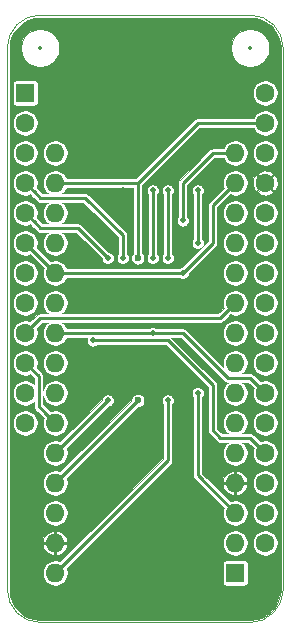
<source format=gbr>
%TF.GenerationSoftware,KiCad,Pcbnew,5.1.5+dfsg1-2~bpo10+1*%
%TF.CreationDate,Date%
%TF.ProjectId,ProMicro_WING,50726f4d-6963-4726-9f5f-57494e472e6b,v1.0*%
%TF.SameCoordinates,Original*%
%TF.FileFunction,Copper,L1,Top*%
%TF.FilePolarity,Positive*%
%FSLAX45Y45*%
G04 Gerber Fmt 4.5, Leading zero omitted, Abs format (unit mm)*
G04 Created by KiCad*
%MOMM*%
%LPD*%
G04 APERTURE LIST*
%ADD10C,0.050000*%
%ADD11R,1.600000X1.600000*%
%ADD12C,1.600000*%
%ADD13O,1.600000X1.600000*%
%ADD14C,0.500000*%
%ADD15C,0.600000*%
%ADD16C,0.250000*%
%ADD17C,0.125000*%
%ADD18C,0.200000*%
%ADD19C,0.300000*%
%ADD20C,0.350000*%
G04 APERTURE END LIST*
D10*
X-1930400Y4445000D02*
G75*
G02X-1651000Y4724400I279400J0D01*
G01*
X127000Y4724400D02*
G75*
G02X406400Y4445000I0J-279400D01*
G01*
X406400Y-139700D02*
G75*
G02X127000Y-419100I-279400J0D01*
G01*
X-1651000Y-419100D02*
G75*
G02X-1930400Y-139700I0J279400D01*
G01*
X-1930400Y-139700D02*
X-1930400Y4445000D01*
X127000Y-419100D02*
X-1651000Y-419100D01*
X406400Y4445000D02*
X406400Y-139700D01*
X-1651000Y4724400D02*
X127000Y4724400D01*
D11*
X-1778000Y4064000D03*
D12*
X-1778000Y3810000D03*
X-1778000Y3556000D03*
X-1778000Y3302000D03*
X-1778000Y3048000D03*
X-1778000Y2794000D03*
X-1778000Y2540000D03*
X-1778000Y2286000D03*
X-1778000Y2032000D03*
X-1778000Y1778000D03*
X-1778000Y1524000D03*
X-1778000Y1270000D03*
X254000Y254000D03*
X254000Y508000D03*
X254000Y762000D03*
X254000Y1016000D03*
X254000Y1270000D03*
X254000Y1524000D03*
X254000Y1778000D03*
X254000Y2032000D03*
X254000Y2286000D03*
X254000Y2540000D03*
X254000Y2794000D03*
X254000Y3302000D03*
X254000Y3556000D03*
X254000Y3810000D03*
X254000Y4064000D03*
X254000Y3810000D03*
X254000Y3556000D03*
X254000Y3302000D03*
X254000Y3048000D03*
X254000Y2794000D03*
X254000Y2540000D03*
X254000Y2286000D03*
X254000Y2032000D03*
X254000Y1778000D03*
X254000Y1524000D03*
X254000Y1270000D03*
X254000Y1016000D03*
X254000Y762000D03*
X254000Y508000D03*
X254000Y254000D03*
X-1778000Y1270000D03*
X-1778000Y1524000D03*
X-1778000Y1778000D03*
X-1778000Y2032000D03*
X-1778000Y2286000D03*
X-1778000Y2540000D03*
X-1778000Y3556000D03*
X-1778000Y3810000D03*
D11*
X-1778000Y4064000D03*
D13*
X-1524000Y0D03*
X-1524000Y254000D03*
X-1524000Y508000D03*
X0Y2794000D03*
X-1524000Y762000D03*
X0Y2540000D03*
X-1524000Y1016000D03*
X0Y2286000D03*
X-1524000Y1270000D03*
X0Y2032000D03*
X-1524000Y1524000D03*
X0Y1778000D03*
X-1524000Y1778000D03*
X0Y1524000D03*
X-1524000Y2032000D03*
X0Y1270000D03*
X-1524000Y2286000D03*
X0Y1016000D03*
X-1524000Y2540000D03*
X0Y762000D03*
X-1524000Y2794000D03*
X0Y508000D03*
X0Y254000D03*
D11*
X0Y0D03*
D13*
X-1524000Y3556000D03*
X0Y3556000D03*
X-1524000Y0D03*
X0Y3302000D03*
X-1524000Y254000D03*
X0Y3048000D03*
X-1524000Y508000D03*
X0Y2794000D03*
X-1524000Y762000D03*
X0Y2540000D03*
X-1524000Y1016000D03*
X0Y2286000D03*
X-1524000Y1270000D03*
X0Y2032000D03*
X-1524000Y1524000D03*
X0Y1778000D03*
X-1524000Y1778000D03*
X0Y1524000D03*
X0Y1270000D03*
X0Y1016000D03*
X0Y762000D03*
X0Y508000D03*
X-1524000Y3048000D03*
X0Y254000D03*
X-1524000Y3302000D03*
D11*
X0Y0D03*
D14*
X-698500Y1778000D03*
X-508000Y762000D03*
X-1079500Y762000D03*
X-1206500Y2286000D03*
X-444500Y2794000D03*
X-1079500Y2794000D03*
X-1206500Y2921000D03*
X-952500Y3238500D03*
X-444500Y3556000D03*
X-952500Y3619500D03*
X-444500Y4064000D03*
X-952500Y4064000D03*
X-1270000Y1587500D03*
D15*
X-825500Y2667000D03*
X-825500Y1460499D03*
D14*
X-317500Y3238500D03*
X-317500Y2794000D03*
X-317500Y1524000D03*
X-952500Y2667000D03*
X-1079501Y1460500D03*
X-1079500Y2667000D03*
X-698500Y3238500D03*
X-698500Y2667000D03*
X-698500Y2032000D03*
X-1206499Y1968500D03*
X-444500Y2984500D03*
X-444500Y2540000D03*
X-571500Y3238500D03*
X-571500Y2667000D03*
X-571500Y1460500D03*
D16*
X-825500Y2667000D02*
X-825500Y3302000D01*
X140863Y3810000D02*
X254000Y3810000D01*
X-317500Y3810000D02*
X140863Y3810000D01*
X-825500Y3302000D02*
X-317500Y3810000D01*
X-1524000Y3302000D02*
X-825500Y3302000D01*
X-1524000Y762000D02*
X-825501Y1460499D01*
X-825501Y1460499D02*
X-825500Y1460499D01*
X-317500Y3238500D02*
X-317500Y2794000D01*
X-317500Y1524000D02*
X-317500Y825500D01*
X-317500Y825500D02*
X0Y508000D01*
X-1651000Y3175000D02*
X-1698000Y3222000D01*
X-1270000Y3175000D02*
X-1651000Y3175000D01*
X-1698000Y3222000D02*
X-1778000Y3302000D01*
X-952500Y2857500D02*
X-1270000Y3175000D01*
X-952500Y2667000D02*
X-952500Y2857500D01*
X-1524000Y1016000D02*
X-1079501Y1460499D01*
X-1079501Y1460499D02*
X-1079501Y1460500D01*
X-80000Y2206000D02*
X0Y2286000D01*
X-127000Y2159000D02*
X-80000Y2206000D01*
X-1651000Y2159000D02*
X-127000Y2159000D01*
X-1778000Y2032000D02*
X-1651000Y2159000D01*
X-1665500Y1411500D02*
X-1604000Y1350000D01*
X-1665500Y1665500D02*
X-1665500Y1411500D01*
X-1778000Y1778000D02*
X-1665500Y1665500D01*
X-1604000Y1350000D02*
X-1524000Y1270000D01*
X-1698000Y2968000D02*
X-1778000Y3048000D01*
X-1651000Y2921000D02*
X-1698000Y2968000D01*
X-1333500Y2921000D02*
X-1651000Y2921000D01*
X-1079500Y2667000D02*
X-1333500Y2921000D01*
X-698500Y3238500D02*
X-698500Y2667000D01*
X174000Y1604000D02*
X254000Y1524000D01*
X127000Y1651000D02*
X174000Y1604000D01*
X-63500Y1651000D02*
X127000Y1651000D01*
X-444500Y2032000D02*
X-63500Y1651000D01*
X-1524000Y2032000D02*
X-444500Y2032000D01*
X-444500Y3302000D02*
X-444500Y2984500D01*
X-190500Y3556000D02*
X-444500Y3302000D01*
X0Y3556000D02*
X-190500Y3556000D01*
X-190500Y1587500D02*
X-571500Y1968500D01*
X-571500Y1968500D02*
X-1206499Y1968500D01*
X-190500Y1206500D02*
X-190500Y1587500D01*
X-127000Y1143000D02*
X-190500Y1206500D01*
X254000Y1016000D02*
X127000Y1143000D01*
X127000Y1143000D02*
X-127000Y1143000D01*
X-1524000Y2540000D02*
X-1778000Y2794000D01*
X-444500Y2540000D02*
X-444500Y2540000D01*
X-1524000Y2540000D02*
X-508000Y2540000D01*
X-508000Y2540000D02*
X-444500Y2540000D01*
X-419500Y2565000D02*
X-444500Y2540000D01*
X-190500Y2794000D02*
X-419500Y2565000D01*
X-190500Y3111500D02*
X-190500Y2794000D01*
X0Y3302000D02*
X-190500Y3111500D01*
X-571500Y3238500D02*
X-571500Y2667000D01*
X-571500Y952500D02*
X-571500Y1460500D01*
X-1524000Y0D02*
X-571500Y952500D01*
D17*
G36*
X177122Y4698134D02*
G01*
X225334Y4683577D01*
X269802Y4659934D01*
X308830Y4628103D01*
X340932Y4589298D01*
X364885Y4544998D01*
X379777Y4496888D01*
X385147Y4445800D01*
X385150Y4444955D01*
X385150Y-138660D01*
X380134Y-189822D01*
X365577Y-238034D01*
X341934Y-282502D01*
X310103Y-321530D01*
X271298Y-353632D01*
X226998Y-377585D01*
X178888Y-392477D01*
X127800Y-397847D01*
X126955Y-397850D01*
X-1649961Y-397850D01*
X-1701122Y-392834D01*
X-1749334Y-378277D01*
X-1793801Y-354634D01*
X-1832830Y-322803D01*
X-1864932Y-283998D01*
X-1888885Y-239698D01*
X-1903777Y-191588D01*
X-1909147Y-140500D01*
X-1909150Y-139655D01*
X-1909150Y10465D01*
X-1630250Y10465D01*
X-1630250Y-10465D01*
X-1626167Y-30992D01*
X-1618157Y-50328D01*
X-1606530Y-67730D01*
X-1591730Y-82530D01*
X-1574328Y-94157D01*
X-1554992Y-102167D01*
X-1534465Y-106250D01*
X-1513535Y-106250D01*
X-1493008Y-102167D01*
X-1473672Y-94157D01*
X-1456270Y-82530D01*
X-1441470Y-67730D01*
X-1429842Y-50328D01*
X-1421833Y-30992D01*
X-1417750Y-10465D01*
X-1417750Y10465D01*
X-1421833Y30992D01*
X-1426629Y42570D01*
X-1389199Y80000D01*
X-106377Y80000D01*
X-106377Y-80000D01*
X-105870Y-85146D01*
X-104369Y-90094D01*
X-101932Y-94654D01*
X-98651Y-98651D01*
X-94654Y-101932D01*
X-90094Y-104369D01*
X-85146Y-105870D01*
X-80000Y-106377D01*
X80000Y-106377D01*
X85146Y-105870D01*
X90094Y-104369D01*
X94654Y-101932D01*
X98651Y-98651D01*
X101932Y-94654D01*
X104369Y-90094D01*
X105870Y-85146D01*
X106377Y-80000D01*
X106377Y80000D01*
X105870Y85146D01*
X104369Y90094D01*
X101932Y94654D01*
X98651Y98651D01*
X94654Y101932D01*
X90094Y104369D01*
X85146Y105870D01*
X80000Y106377D01*
X-80000Y106377D01*
X-85146Y105870D01*
X-90094Y104369D01*
X-94654Y101932D01*
X-98651Y98651D01*
X-101932Y94654D01*
X-104369Y90094D01*
X-105870Y85146D01*
X-106377Y80000D01*
X-1389199Y80000D01*
X-1204735Y264465D01*
X-106250Y264465D01*
X-106250Y243535D01*
X-102167Y223008D01*
X-94157Y203672D01*
X-82530Y186270D01*
X-67730Y171470D01*
X-50328Y159843D01*
X-30992Y151833D01*
X-10465Y147750D01*
X10465Y147750D01*
X30992Y151833D01*
X50328Y159843D01*
X67730Y171470D01*
X82530Y186270D01*
X94157Y203672D01*
X102167Y223008D01*
X106250Y243535D01*
X106250Y264465D01*
X147750Y264465D01*
X147750Y243535D01*
X151833Y223008D01*
X159843Y203672D01*
X171470Y186270D01*
X186270Y171470D01*
X203672Y159843D01*
X223008Y151833D01*
X243535Y147750D01*
X264465Y147750D01*
X284992Y151833D01*
X304328Y159843D01*
X321730Y171470D01*
X336530Y186270D01*
X348158Y203672D01*
X356167Y223008D01*
X360250Y243535D01*
X360250Y264465D01*
X356167Y284992D01*
X348158Y304328D01*
X336530Y321730D01*
X321730Y336530D01*
X304328Y348158D01*
X284992Y356167D01*
X264465Y360250D01*
X243535Y360250D01*
X223008Y356167D01*
X203672Y348158D01*
X186270Y336530D01*
X171470Y321730D01*
X159843Y304328D01*
X151833Y284992D01*
X147750Y264465D01*
X106250Y264465D01*
X102167Y284992D01*
X94157Y304328D01*
X82530Y321730D01*
X67730Y336530D01*
X50328Y348158D01*
X30992Y356167D01*
X10465Y360250D01*
X-10465Y360250D01*
X-30992Y356167D01*
X-50328Y348158D01*
X-67730Y336530D01*
X-82530Y321730D01*
X-94157Y304328D01*
X-102167Y284992D01*
X-106250Y264465D01*
X-1204735Y264465D01*
X-545445Y923754D01*
X-543967Y924967D01*
X-539125Y930867D01*
X-535527Y937599D01*
X-533311Y944904D01*
X-532750Y950597D01*
X-532750Y950598D01*
X-532563Y952500D01*
X-532750Y954402D01*
X-532750Y1426771D01*
X-531692Y1427830D01*
X-526083Y1436224D01*
X-522219Y1445551D01*
X-520250Y1455452D01*
X-520250Y1465548D01*
X-522219Y1475449D01*
X-526083Y1484776D01*
X-531692Y1493170D01*
X-538830Y1500308D01*
X-547224Y1505917D01*
X-556551Y1509780D01*
X-566452Y1511750D01*
X-576548Y1511750D01*
X-586449Y1509780D01*
X-595776Y1505917D01*
X-604170Y1500308D01*
X-611309Y1493170D01*
X-616917Y1484776D01*
X-620781Y1475449D01*
X-622750Y1465548D01*
X-622750Y1455452D01*
X-620781Y1445551D01*
X-616917Y1436224D01*
X-611309Y1427830D01*
X-610250Y1426771D01*
X-610250Y968551D01*
X-1481430Y97371D01*
X-1493008Y102167D01*
X-1513535Y106250D01*
X-1534465Y106250D01*
X-1554992Y102167D01*
X-1574328Y94157D01*
X-1591730Y82530D01*
X-1606530Y67730D01*
X-1618157Y50328D01*
X-1626167Y30992D01*
X-1630250Y10465D01*
X-1909150Y10465D01*
X-1909150Y228793D01*
X-1627217Y228793D01*
X-1623826Y217615D01*
X-1614810Y198839D01*
X-1602303Y182182D01*
X-1586788Y168286D01*
X-1568859Y157684D01*
X-1549207Y150783D01*
X-1532750Y154673D01*
X-1532750Y245250D01*
X-1515250Y245250D01*
X-1515250Y154673D01*
X-1498793Y150783D01*
X-1479141Y157684D01*
X-1461212Y168286D01*
X-1445697Y182182D01*
X-1433190Y198839D01*
X-1424174Y217615D01*
X-1420783Y228793D01*
X-1424697Y245250D01*
X-1515250Y245250D01*
X-1532750Y245250D01*
X-1623303Y245250D01*
X-1627217Y228793D01*
X-1909150Y228793D01*
X-1909150Y279207D01*
X-1627217Y279207D01*
X-1623303Y262750D01*
X-1532750Y262750D01*
X-1532750Y353327D01*
X-1515250Y353327D01*
X-1515250Y262750D01*
X-1424697Y262750D01*
X-1420783Y279207D01*
X-1424174Y290385D01*
X-1433190Y309161D01*
X-1445697Y325818D01*
X-1461212Y339714D01*
X-1479141Y350316D01*
X-1498793Y357217D01*
X-1515250Y353327D01*
X-1532750Y353327D01*
X-1549207Y357217D01*
X-1568859Y350316D01*
X-1586788Y339714D01*
X-1602303Y325818D01*
X-1614810Y309161D01*
X-1623826Y290385D01*
X-1627217Y279207D01*
X-1909150Y279207D01*
X-1909150Y518465D01*
X-1630250Y518465D01*
X-1630250Y497535D01*
X-1626167Y477008D01*
X-1618157Y457672D01*
X-1606530Y440270D01*
X-1591730Y425470D01*
X-1574328Y413842D01*
X-1554992Y405833D01*
X-1534465Y401750D01*
X-1513535Y401750D01*
X-1493008Y405833D01*
X-1473672Y413842D01*
X-1456270Y425470D01*
X-1441470Y440270D01*
X-1429842Y457672D01*
X-1421833Y477008D01*
X-1417750Y497535D01*
X-1417750Y518465D01*
X-1421833Y538992D01*
X-1429842Y558328D01*
X-1441470Y575730D01*
X-1456270Y590530D01*
X-1473672Y602158D01*
X-1493008Y610167D01*
X-1513535Y614250D01*
X-1534465Y614250D01*
X-1554992Y610167D01*
X-1574328Y602158D01*
X-1591730Y590530D01*
X-1606530Y575730D01*
X-1618157Y558328D01*
X-1626167Y538992D01*
X-1630250Y518465D01*
X-1909150Y518465D01*
X-1909150Y772465D01*
X-1630250Y772465D01*
X-1630250Y751535D01*
X-1626167Y731008D01*
X-1618157Y711672D01*
X-1606530Y694270D01*
X-1591730Y679470D01*
X-1574328Y667843D01*
X-1554992Y659833D01*
X-1534465Y655750D01*
X-1513535Y655750D01*
X-1493008Y659833D01*
X-1473672Y667843D01*
X-1456270Y679470D01*
X-1441470Y694270D01*
X-1429842Y711672D01*
X-1421833Y731008D01*
X-1417750Y751535D01*
X-1417750Y772465D01*
X-1421833Y792992D01*
X-1426629Y804570D01*
X-826950Y1404249D01*
X-819960Y1404249D01*
X-809092Y1406411D01*
X-798856Y1410651D01*
X-789643Y1416807D01*
X-781808Y1424642D01*
X-775652Y1433855D01*
X-771412Y1444092D01*
X-769250Y1454959D01*
X-769250Y1466039D01*
X-771412Y1476907D01*
X-775652Y1487144D01*
X-781808Y1496356D01*
X-789643Y1504191D01*
X-798856Y1510347D01*
X-809092Y1514588D01*
X-819960Y1516749D01*
X-831040Y1516749D01*
X-841907Y1514588D01*
X-852144Y1510347D01*
X-861357Y1504191D01*
X-869192Y1496356D01*
X-875348Y1487144D01*
X-879588Y1476907D01*
X-881750Y1466039D01*
X-881750Y1459051D01*
X-1481430Y859371D01*
X-1493008Y864167D01*
X-1513535Y868250D01*
X-1534465Y868250D01*
X-1554992Y864167D01*
X-1574328Y856157D01*
X-1591730Y844530D01*
X-1606530Y829730D01*
X-1618157Y812328D01*
X-1626167Y792992D01*
X-1630250Y772465D01*
X-1909150Y772465D01*
X-1909150Y1026465D01*
X-1630250Y1026465D01*
X-1630250Y1005535D01*
X-1626167Y985008D01*
X-1618157Y965672D01*
X-1606530Y948270D01*
X-1591730Y933470D01*
X-1574328Y921842D01*
X-1554992Y913833D01*
X-1534465Y909750D01*
X-1513535Y909750D01*
X-1493008Y913833D01*
X-1473672Y921842D01*
X-1456270Y933470D01*
X-1441470Y948270D01*
X-1429842Y965672D01*
X-1421833Y985008D01*
X-1417750Y1005535D01*
X-1417750Y1026465D01*
X-1421833Y1046992D01*
X-1426629Y1058570D01*
X-1075949Y1409250D01*
X-1074454Y1409250D01*
X-1064552Y1411219D01*
X-1055225Y1415083D01*
X-1046831Y1420691D01*
X-1039693Y1427830D01*
X-1034084Y1436224D01*
X-1030221Y1445551D01*
X-1028251Y1455452D01*
X-1028251Y1465548D01*
X-1030221Y1475449D01*
X-1034084Y1484776D01*
X-1039693Y1493170D01*
X-1046831Y1500308D01*
X-1055225Y1505917D01*
X-1064552Y1509780D01*
X-1074454Y1511750D01*
X-1084549Y1511750D01*
X-1094450Y1509780D01*
X-1103777Y1505917D01*
X-1112171Y1500308D01*
X-1119310Y1493170D01*
X-1124918Y1484776D01*
X-1128782Y1475449D01*
X-1130751Y1465548D01*
X-1130751Y1464050D01*
X-1481430Y1113371D01*
X-1493008Y1118167D01*
X-1513535Y1122250D01*
X-1534465Y1122250D01*
X-1554992Y1118167D01*
X-1574328Y1110158D01*
X-1591730Y1098530D01*
X-1606530Y1083730D01*
X-1618157Y1066328D01*
X-1626167Y1046992D01*
X-1630250Y1026465D01*
X-1909150Y1026465D01*
X-1909150Y1280465D01*
X-1884250Y1280465D01*
X-1884250Y1259535D01*
X-1880167Y1239008D01*
X-1872157Y1219672D01*
X-1860530Y1202270D01*
X-1845730Y1187470D01*
X-1828328Y1175843D01*
X-1808992Y1167833D01*
X-1788465Y1163750D01*
X-1767535Y1163750D01*
X-1747008Y1167833D01*
X-1727672Y1175843D01*
X-1710270Y1187470D01*
X-1695470Y1202270D01*
X-1683842Y1219672D01*
X-1675833Y1239008D01*
X-1671750Y1259535D01*
X-1671750Y1280465D01*
X-1675833Y1300992D01*
X-1683842Y1320328D01*
X-1695470Y1337730D01*
X-1710270Y1352530D01*
X-1727672Y1364158D01*
X-1747008Y1372167D01*
X-1767535Y1376250D01*
X-1788465Y1376250D01*
X-1808992Y1372167D01*
X-1828328Y1364158D01*
X-1845730Y1352530D01*
X-1860530Y1337730D01*
X-1872157Y1320328D01*
X-1880167Y1300992D01*
X-1884250Y1280465D01*
X-1909150Y1280465D01*
X-1909150Y1788465D01*
X-1884250Y1788465D01*
X-1884250Y1767535D01*
X-1880167Y1747008D01*
X-1872157Y1727672D01*
X-1860530Y1710270D01*
X-1845730Y1695470D01*
X-1828328Y1683842D01*
X-1808992Y1675833D01*
X-1788465Y1671750D01*
X-1767535Y1671750D01*
X-1747008Y1675833D01*
X-1735430Y1680629D01*
X-1704250Y1649449D01*
X-1704250Y1600510D01*
X-1710270Y1606530D01*
X-1727672Y1618157D01*
X-1747008Y1626167D01*
X-1767535Y1630250D01*
X-1788465Y1630250D01*
X-1808992Y1626167D01*
X-1828328Y1618157D01*
X-1845730Y1606530D01*
X-1860530Y1591730D01*
X-1872157Y1574328D01*
X-1880167Y1554992D01*
X-1884250Y1534465D01*
X-1884250Y1513535D01*
X-1880167Y1493008D01*
X-1872157Y1473672D01*
X-1860530Y1456270D01*
X-1845730Y1441470D01*
X-1828328Y1429842D01*
X-1808992Y1421833D01*
X-1788465Y1417750D01*
X-1767535Y1417750D01*
X-1747008Y1421833D01*
X-1727672Y1429842D01*
X-1710270Y1441470D01*
X-1704250Y1447490D01*
X-1704250Y1413403D01*
X-1704437Y1411500D01*
X-1703689Y1403904D01*
X-1701473Y1396599D01*
X-1697875Y1389867D01*
X-1693033Y1383967D01*
X-1691555Y1382754D01*
X-1630055Y1321254D01*
X-1630054Y1321254D01*
X-1621371Y1312570D01*
X-1626167Y1300992D01*
X-1630250Y1280465D01*
X-1630250Y1259535D01*
X-1626167Y1239008D01*
X-1618157Y1219672D01*
X-1606530Y1202270D01*
X-1591730Y1187470D01*
X-1574328Y1175843D01*
X-1554992Y1167833D01*
X-1534465Y1163750D01*
X-1513535Y1163750D01*
X-1493008Y1167833D01*
X-1473672Y1175843D01*
X-1456270Y1187470D01*
X-1441470Y1202270D01*
X-1429842Y1219672D01*
X-1421833Y1239008D01*
X-1417750Y1259535D01*
X-1417750Y1280465D01*
X-1421833Y1300992D01*
X-1429842Y1320328D01*
X-1441470Y1337730D01*
X-1456270Y1352530D01*
X-1473672Y1364158D01*
X-1493008Y1372167D01*
X-1513535Y1376250D01*
X-1534465Y1376250D01*
X-1554992Y1372167D01*
X-1566570Y1367371D01*
X-1575254Y1376054D01*
X-1575254Y1376055D01*
X-1626750Y1427551D01*
X-1626750Y1495939D01*
X-1626167Y1493008D01*
X-1618157Y1473672D01*
X-1606530Y1456270D01*
X-1591730Y1441470D01*
X-1574328Y1429842D01*
X-1554992Y1421833D01*
X-1534465Y1417750D01*
X-1513535Y1417750D01*
X-1493008Y1421833D01*
X-1473672Y1429842D01*
X-1456270Y1441470D01*
X-1441470Y1456270D01*
X-1429842Y1473672D01*
X-1421833Y1493008D01*
X-1417750Y1513535D01*
X-1417750Y1529048D01*
X-368750Y1529048D01*
X-368750Y1518952D01*
X-366780Y1509051D01*
X-362917Y1499724D01*
X-357308Y1491330D01*
X-356250Y1490271D01*
X-356250Y827404D01*
X-356437Y825500D01*
X-355689Y817904D01*
X-353473Y810599D01*
X-349875Y803867D01*
X-345033Y797967D01*
X-343555Y796754D01*
X-97371Y550570D01*
X-102167Y538992D01*
X-106250Y518465D01*
X-106250Y497535D01*
X-102167Y477008D01*
X-94157Y457672D01*
X-82530Y440270D01*
X-67730Y425470D01*
X-50328Y413842D01*
X-30992Y405833D01*
X-10465Y401750D01*
X10465Y401750D01*
X30992Y405833D01*
X50328Y413842D01*
X67730Y425470D01*
X82530Y440270D01*
X94157Y457672D01*
X102167Y477008D01*
X106250Y497535D01*
X106250Y518465D01*
X147750Y518465D01*
X147750Y497535D01*
X151833Y477008D01*
X159843Y457672D01*
X171470Y440270D01*
X186270Y425470D01*
X203672Y413842D01*
X223008Y405833D01*
X243535Y401750D01*
X264465Y401750D01*
X284992Y405833D01*
X304328Y413842D01*
X321730Y425470D01*
X336530Y440270D01*
X348158Y457672D01*
X356167Y477008D01*
X360250Y497535D01*
X360250Y518465D01*
X356167Y538992D01*
X348158Y558328D01*
X336530Y575730D01*
X321730Y590530D01*
X304328Y602158D01*
X284992Y610167D01*
X264465Y614250D01*
X243535Y614250D01*
X223008Y610167D01*
X203672Y602158D01*
X186270Y590530D01*
X171470Y575730D01*
X159843Y558328D01*
X151833Y538992D01*
X147750Y518465D01*
X106250Y518465D01*
X102167Y538992D01*
X94157Y558328D01*
X82530Y575730D01*
X67730Y590530D01*
X50328Y602158D01*
X30992Y610167D01*
X10465Y614250D01*
X-10465Y614250D01*
X-30992Y610167D01*
X-42570Y605371D01*
X-173992Y736793D01*
X-103217Y736793D01*
X-99826Y725615D01*
X-90810Y706839D01*
X-78303Y690182D01*
X-62788Y676286D01*
X-44859Y665684D01*
X-25207Y658783D01*
X-8750Y662673D01*
X-8750Y753250D01*
X8750Y753250D01*
X8750Y662673D01*
X25207Y658783D01*
X44859Y665684D01*
X62788Y676286D01*
X78303Y690182D01*
X90810Y706839D01*
X99826Y725615D01*
X103217Y736793D01*
X99303Y753250D01*
X8750Y753250D01*
X-8750Y753250D01*
X-99303Y753250D01*
X-103217Y736793D01*
X-173992Y736793D01*
X-224406Y787207D01*
X-103217Y787207D01*
X-99303Y770750D01*
X-8750Y770750D01*
X-8750Y861327D01*
X8750Y861327D01*
X8750Y770750D01*
X99303Y770750D01*
X99710Y772465D01*
X147750Y772465D01*
X147750Y751535D01*
X151833Y731008D01*
X159843Y711672D01*
X171470Y694270D01*
X186270Y679470D01*
X203672Y667843D01*
X223008Y659833D01*
X243535Y655750D01*
X264465Y655750D01*
X284992Y659833D01*
X304328Y667843D01*
X321730Y679470D01*
X336530Y694270D01*
X348158Y711672D01*
X356167Y731008D01*
X360250Y751535D01*
X360250Y772465D01*
X356167Y792992D01*
X348158Y812328D01*
X336530Y829730D01*
X321730Y844530D01*
X304328Y856157D01*
X284992Y864167D01*
X264465Y868250D01*
X243535Y868250D01*
X223008Y864167D01*
X203672Y856157D01*
X186270Y844530D01*
X171470Y829730D01*
X159843Y812328D01*
X151833Y792992D01*
X147750Y772465D01*
X99710Y772465D01*
X103217Y787207D01*
X99826Y798385D01*
X90810Y817161D01*
X78303Y833818D01*
X62788Y847714D01*
X44859Y858316D01*
X25207Y865217D01*
X8750Y861327D01*
X-8750Y861327D01*
X-25207Y865217D01*
X-44859Y858316D01*
X-62788Y847714D01*
X-78303Y833818D01*
X-90810Y817161D01*
X-99826Y798385D01*
X-103217Y787207D01*
X-224406Y787207D01*
X-278750Y841551D01*
X-278750Y1490271D01*
X-277692Y1491330D01*
X-272083Y1499724D01*
X-268220Y1509051D01*
X-266250Y1518952D01*
X-266250Y1529048D01*
X-268220Y1538949D01*
X-272083Y1548276D01*
X-277692Y1556670D01*
X-284830Y1563808D01*
X-293224Y1569417D01*
X-302551Y1573280D01*
X-312452Y1575250D01*
X-322548Y1575250D01*
X-332449Y1573280D01*
X-341776Y1569417D01*
X-350170Y1563808D01*
X-357308Y1556670D01*
X-362917Y1548276D01*
X-366780Y1538949D01*
X-368750Y1529048D01*
X-1417750Y1529048D01*
X-1417750Y1534465D01*
X-1421833Y1554992D01*
X-1429842Y1574328D01*
X-1441470Y1591730D01*
X-1456270Y1606530D01*
X-1473672Y1618157D01*
X-1493008Y1626167D01*
X-1513535Y1630250D01*
X-1534465Y1630250D01*
X-1554992Y1626167D01*
X-1574328Y1618157D01*
X-1591730Y1606530D01*
X-1606530Y1591730D01*
X-1618157Y1574328D01*
X-1626167Y1554992D01*
X-1626750Y1552061D01*
X-1626750Y1663597D01*
X-1626562Y1665500D01*
X-1627311Y1673096D01*
X-1629526Y1680401D01*
X-1633125Y1687132D01*
X-1637967Y1693033D01*
X-1639445Y1694246D01*
X-1680629Y1735430D01*
X-1675833Y1747008D01*
X-1671750Y1767535D01*
X-1671750Y1788465D01*
X-1630250Y1788465D01*
X-1630250Y1767535D01*
X-1626167Y1747008D01*
X-1618157Y1727672D01*
X-1606530Y1710270D01*
X-1591730Y1695470D01*
X-1574328Y1683842D01*
X-1554992Y1675833D01*
X-1534465Y1671750D01*
X-1513535Y1671750D01*
X-1493008Y1675833D01*
X-1473672Y1683842D01*
X-1456270Y1695470D01*
X-1441470Y1710270D01*
X-1429842Y1727672D01*
X-1421833Y1747008D01*
X-1417750Y1767535D01*
X-1417750Y1788465D01*
X-1421833Y1808992D01*
X-1429842Y1828328D01*
X-1441470Y1845730D01*
X-1456270Y1860530D01*
X-1473672Y1872157D01*
X-1493008Y1880167D01*
X-1513535Y1884250D01*
X-1534465Y1884250D01*
X-1554992Y1880167D01*
X-1574328Y1872157D01*
X-1591730Y1860530D01*
X-1606530Y1845730D01*
X-1618157Y1828328D01*
X-1626167Y1808992D01*
X-1630250Y1788465D01*
X-1671750Y1788465D01*
X-1675833Y1808992D01*
X-1683842Y1828328D01*
X-1695470Y1845730D01*
X-1710270Y1860530D01*
X-1727672Y1872157D01*
X-1747008Y1880167D01*
X-1767535Y1884250D01*
X-1788465Y1884250D01*
X-1808992Y1880167D01*
X-1828328Y1872157D01*
X-1845730Y1860530D01*
X-1860530Y1845730D01*
X-1872157Y1828328D01*
X-1880167Y1808992D01*
X-1884250Y1788465D01*
X-1909150Y1788465D01*
X-1909150Y2042465D01*
X-1884250Y2042465D01*
X-1884250Y2021535D01*
X-1880167Y2001008D01*
X-1872157Y1981672D01*
X-1860530Y1964270D01*
X-1845730Y1949470D01*
X-1828328Y1937842D01*
X-1808992Y1929833D01*
X-1788465Y1925750D01*
X-1767535Y1925750D01*
X-1747008Y1929833D01*
X-1727672Y1937842D01*
X-1710270Y1949470D01*
X-1695470Y1964270D01*
X-1683842Y1981672D01*
X-1675833Y2001008D01*
X-1671750Y2021535D01*
X-1671750Y2042465D01*
X-1675833Y2062992D01*
X-1680629Y2074570D01*
X-1634949Y2120250D01*
X-1583169Y2120250D01*
X-1591730Y2114530D01*
X-1606530Y2099730D01*
X-1618157Y2082328D01*
X-1626167Y2062992D01*
X-1630250Y2042465D01*
X-1630250Y2021535D01*
X-1626167Y2001008D01*
X-1618157Y1981672D01*
X-1606530Y1964270D01*
X-1591730Y1949470D01*
X-1574328Y1937842D01*
X-1554992Y1929833D01*
X-1534465Y1925750D01*
X-1513535Y1925750D01*
X-1493008Y1929833D01*
X-1473672Y1937842D01*
X-1456270Y1949470D01*
X-1441470Y1964270D01*
X-1429842Y1981672D01*
X-1425047Y1993250D01*
X-1251599Y1993250D01*
X-1251916Y1992776D01*
X-1255779Y1983449D01*
X-1257749Y1973548D01*
X-1257749Y1963452D01*
X-1255779Y1953551D01*
X-1251916Y1944224D01*
X-1246307Y1935830D01*
X-1239169Y1928691D01*
X-1230775Y1923083D01*
X-1221448Y1919219D01*
X-1211547Y1917250D01*
X-1201451Y1917250D01*
X-1191550Y1919219D01*
X-1182223Y1923083D01*
X-1173829Y1928691D01*
X-1172770Y1929750D01*
X-587551Y1929750D01*
X-229250Y1571449D01*
X-229250Y1208403D01*
X-229437Y1206500D01*
X-229250Y1204598D01*
X-228689Y1198904D01*
X-226473Y1191599D01*
X-222875Y1184868D01*
X-218033Y1178967D01*
X-216554Y1177754D01*
X-155746Y1116945D01*
X-154533Y1115467D01*
X-148633Y1110625D01*
X-141901Y1107027D01*
X-134596Y1104811D01*
X-127000Y1104063D01*
X-125097Y1104250D01*
X-59169Y1104250D01*
X-67730Y1098530D01*
X-82530Y1083730D01*
X-94157Y1066328D01*
X-102167Y1046992D01*
X-106250Y1026465D01*
X-106250Y1005535D01*
X-102167Y985008D01*
X-94157Y965672D01*
X-82530Y948270D01*
X-67730Y933470D01*
X-50328Y921842D01*
X-30992Y913833D01*
X-10465Y909750D01*
X10465Y909750D01*
X30992Y913833D01*
X50328Y921842D01*
X67730Y933470D01*
X82530Y948270D01*
X94157Y965672D01*
X102167Y985008D01*
X106250Y1005535D01*
X106250Y1026465D01*
X102167Y1046992D01*
X94157Y1066328D01*
X82530Y1083730D01*
X67730Y1098530D01*
X59169Y1104250D01*
X110949Y1104250D01*
X156629Y1058570D01*
X151833Y1046992D01*
X147750Y1026465D01*
X147750Y1005535D01*
X151833Y985008D01*
X159843Y965672D01*
X171470Y948270D01*
X186270Y933470D01*
X203672Y921842D01*
X223008Y913833D01*
X243535Y909750D01*
X264465Y909750D01*
X284992Y913833D01*
X304328Y921842D01*
X321730Y933470D01*
X336530Y948270D01*
X348158Y965672D01*
X356167Y985008D01*
X360250Y1005535D01*
X360250Y1026465D01*
X356167Y1046992D01*
X348158Y1066328D01*
X336530Y1083730D01*
X321730Y1098530D01*
X304328Y1110158D01*
X284992Y1118167D01*
X264465Y1122250D01*
X243535Y1122250D01*
X223008Y1118167D01*
X211430Y1113371D01*
X155746Y1169055D01*
X154533Y1170533D01*
X148633Y1175375D01*
X141901Y1178974D01*
X134596Y1181189D01*
X128903Y1181750D01*
X127000Y1181937D01*
X125097Y1181750D01*
X59169Y1181750D01*
X67730Y1187470D01*
X82530Y1202270D01*
X94157Y1219672D01*
X102167Y1239008D01*
X106250Y1259535D01*
X106250Y1280465D01*
X147750Y1280465D01*
X147750Y1259535D01*
X151833Y1239008D01*
X159843Y1219672D01*
X171470Y1202270D01*
X186270Y1187470D01*
X203672Y1175843D01*
X223008Y1167833D01*
X243535Y1163750D01*
X264465Y1163750D01*
X284992Y1167833D01*
X304328Y1175843D01*
X321730Y1187470D01*
X336530Y1202270D01*
X348158Y1219672D01*
X356167Y1239008D01*
X360250Y1259535D01*
X360250Y1280465D01*
X356167Y1300992D01*
X348158Y1320328D01*
X336530Y1337730D01*
X321730Y1352530D01*
X304328Y1364158D01*
X284992Y1372167D01*
X264465Y1376250D01*
X243535Y1376250D01*
X223008Y1372167D01*
X203672Y1364158D01*
X186270Y1352530D01*
X171470Y1337730D01*
X159843Y1320328D01*
X151833Y1300992D01*
X147750Y1280465D01*
X106250Y1280465D01*
X102167Y1300992D01*
X94157Y1320328D01*
X82530Y1337730D01*
X67730Y1352530D01*
X50328Y1364158D01*
X30992Y1372167D01*
X10465Y1376250D01*
X-10465Y1376250D01*
X-30992Y1372167D01*
X-50328Y1364158D01*
X-67730Y1352530D01*
X-82530Y1337730D01*
X-94157Y1320328D01*
X-102167Y1300992D01*
X-106250Y1280465D01*
X-106250Y1259535D01*
X-102167Y1239008D01*
X-94157Y1219672D01*
X-82530Y1202270D01*
X-67730Y1187470D01*
X-59169Y1181750D01*
X-110949Y1181750D01*
X-151750Y1222551D01*
X-151750Y1585597D01*
X-151563Y1587500D01*
X-152311Y1595096D01*
X-154527Y1602401D01*
X-155381Y1604000D01*
X-158125Y1609132D01*
X-162967Y1615033D01*
X-164445Y1616246D01*
X-541449Y1993250D01*
X-460551Y1993250D01*
X-92246Y1624945D01*
X-91033Y1623467D01*
X-85133Y1618625D01*
X-78413Y1615033D01*
X-78401Y1615026D01*
X-71096Y1612811D01*
X-63500Y1612063D01*
X-61597Y1612250D01*
X-59169Y1612250D01*
X-67730Y1606530D01*
X-82530Y1591730D01*
X-94157Y1574328D01*
X-102167Y1554992D01*
X-106250Y1534465D01*
X-106250Y1513535D01*
X-102167Y1493008D01*
X-94157Y1473672D01*
X-82530Y1456270D01*
X-67730Y1441470D01*
X-50328Y1429842D01*
X-30992Y1421833D01*
X-10465Y1417750D01*
X10465Y1417750D01*
X30992Y1421833D01*
X50328Y1429842D01*
X67730Y1441470D01*
X82530Y1456270D01*
X94157Y1473672D01*
X102167Y1493008D01*
X106250Y1513535D01*
X106250Y1534465D01*
X102167Y1554992D01*
X94157Y1574328D01*
X82530Y1591730D01*
X67730Y1606530D01*
X59169Y1612250D01*
X110949Y1612250D01*
X147945Y1575254D01*
X147946Y1575254D01*
X156629Y1566570D01*
X151833Y1554992D01*
X147750Y1534465D01*
X147750Y1513535D01*
X151833Y1493008D01*
X159843Y1473672D01*
X171470Y1456270D01*
X186270Y1441470D01*
X203672Y1429842D01*
X223008Y1421833D01*
X243535Y1417750D01*
X264465Y1417750D01*
X284992Y1421833D01*
X304328Y1429842D01*
X321730Y1441470D01*
X336530Y1456270D01*
X348158Y1473672D01*
X356167Y1493008D01*
X360250Y1513535D01*
X360250Y1534465D01*
X356167Y1554992D01*
X348158Y1574328D01*
X336530Y1591730D01*
X321730Y1606530D01*
X304328Y1618157D01*
X284992Y1626167D01*
X264465Y1630250D01*
X243535Y1630250D01*
X223008Y1626167D01*
X211430Y1621371D01*
X202746Y1630054D01*
X202746Y1630055D01*
X155746Y1677054D01*
X154533Y1678533D01*
X148633Y1683375D01*
X141901Y1686973D01*
X134596Y1689189D01*
X128903Y1689750D01*
X127000Y1689937D01*
X125097Y1689750D01*
X59169Y1689750D01*
X67730Y1695470D01*
X82530Y1710270D01*
X94157Y1727672D01*
X102167Y1747008D01*
X106250Y1767535D01*
X106250Y1788465D01*
X147750Y1788465D01*
X147750Y1767535D01*
X151833Y1747008D01*
X159843Y1727672D01*
X171470Y1710270D01*
X186270Y1695470D01*
X203672Y1683842D01*
X223008Y1675833D01*
X243535Y1671750D01*
X264465Y1671750D01*
X284992Y1675833D01*
X304328Y1683842D01*
X321730Y1695470D01*
X336530Y1710270D01*
X348158Y1727672D01*
X356167Y1747008D01*
X360250Y1767535D01*
X360250Y1788465D01*
X356167Y1808992D01*
X348158Y1828328D01*
X336530Y1845730D01*
X321730Y1860530D01*
X304328Y1872157D01*
X284992Y1880167D01*
X264465Y1884250D01*
X243535Y1884250D01*
X223008Y1880167D01*
X203672Y1872157D01*
X186270Y1860530D01*
X171470Y1845730D01*
X159843Y1828328D01*
X151833Y1808992D01*
X147750Y1788465D01*
X106250Y1788465D01*
X102167Y1808992D01*
X94157Y1828328D01*
X82530Y1845730D01*
X67730Y1860530D01*
X50328Y1872157D01*
X30992Y1880167D01*
X10465Y1884250D01*
X-10465Y1884250D01*
X-30992Y1880167D01*
X-50328Y1872157D01*
X-67730Y1860530D01*
X-82530Y1845730D01*
X-94157Y1828328D01*
X-102167Y1808992D01*
X-106250Y1788465D01*
X-106250Y1767535D01*
X-102167Y1747008D01*
X-100371Y1742671D01*
X-400164Y2042465D01*
X-106250Y2042465D01*
X-106250Y2021535D01*
X-102167Y2001008D01*
X-94157Y1981672D01*
X-82530Y1964270D01*
X-67730Y1949470D01*
X-50328Y1937842D01*
X-30992Y1929833D01*
X-10465Y1925750D01*
X10465Y1925750D01*
X30992Y1929833D01*
X50328Y1937842D01*
X67730Y1949470D01*
X82530Y1964270D01*
X94157Y1981672D01*
X102167Y2001008D01*
X106250Y2021535D01*
X106250Y2042465D01*
X147750Y2042465D01*
X147750Y2021535D01*
X151833Y2001008D01*
X159843Y1981672D01*
X171470Y1964270D01*
X186270Y1949470D01*
X203672Y1937842D01*
X223008Y1929833D01*
X243535Y1925750D01*
X264465Y1925750D01*
X284992Y1929833D01*
X304328Y1937842D01*
X321730Y1949470D01*
X336530Y1964270D01*
X348158Y1981672D01*
X356167Y2001008D01*
X360250Y2021535D01*
X360250Y2042465D01*
X356167Y2062992D01*
X348158Y2082328D01*
X336530Y2099730D01*
X321730Y2114530D01*
X304328Y2126158D01*
X284992Y2134167D01*
X264465Y2138250D01*
X243535Y2138250D01*
X223008Y2134167D01*
X203672Y2126158D01*
X186270Y2114530D01*
X171470Y2099730D01*
X159843Y2082328D01*
X151833Y2062992D01*
X147750Y2042465D01*
X106250Y2042465D01*
X102167Y2062992D01*
X94157Y2082328D01*
X82530Y2099730D01*
X67730Y2114530D01*
X50328Y2126158D01*
X30992Y2134167D01*
X10465Y2138250D01*
X-10465Y2138250D01*
X-30992Y2134167D01*
X-50328Y2126158D01*
X-67730Y2114530D01*
X-82530Y2099730D01*
X-94157Y2082328D01*
X-102167Y2062992D01*
X-106250Y2042465D01*
X-400164Y2042465D01*
X-415754Y2058054D01*
X-416967Y2059533D01*
X-422867Y2064375D01*
X-429599Y2067973D01*
X-436904Y2070189D01*
X-442597Y2070750D01*
X-444500Y2070937D01*
X-446403Y2070750D01*
X-664772Y2070750D01*
X-665830Y2071808D01*
X-674224Y2077417D01*
X-683551Y2081280D01*
X-693452Y2083250D01*
X-703548Y2083250D01*
X-713449Y2081280D01*
X-722776Y2077417D01*
X-731170Y2071808D01*
X-732228Y2070750D01*
X-1425047Y2070750D01*
X-1429842Y2082328D01*
X-1441470Y2099730D01*
X-1456270Y2114530D01*
X-1464830Y2120250D01*
X-128903Y2120250D01*
X-127000Y2120063D01*
X-125097Y2120250D01*
X-119404Y2120811D01*
X-112099Y2123027D01*
X-105367Y2126625D01*
X-99467Y2131467D01*
X-98254Y2132946D01*
X-51254Y2179945D01*
X-51254Y2179946D01*
X-42570Y2188629D01*
X-30992Y2183833D01*
X-10465Y2179750D01*
X10465Y2179750D01*
X30992Y2183833D01*
X50328Y2191843D01*
X67730Y2203470D01*
X82530Y2218270D01*
X94157Y2235672D01*
X102167Y2255008D01*
X106250Y2275535D01*
X106250Y2296465D01*
X147750Y2296465D01*
X147750Y2275535D01*
X151833Y2255008D01*
X159843Y2235672D01*
X171470Y2218270D01*
X186270Y2203470D01*
X203672Y2191843D01*
X223008Y2183833D01*
X243535Y2179750D01*
X264465Y2179750D01*
X284992Y2183833D01*
X304328Y2191843D01*
X321730Y2203470D01*
X336530Y2218270D01*
X348158Y2235672D01*
X356167Y2255008D01*
X360250Y2275535D01*
X360250Y2296465D01*
X356167Y2316992D01*
X348158Y2336328D01*
X336530Y2353730D01*
X321730Y2368530D01*
X304328Y2380158D01*
X284992Y2388167D01*
X264465Y2392250D01*
X243535Y2392250D01*
X223008Y2388167D01*
X203672Y2380158D01*
X186270Y2368530D01*
X171470Y2353730D01*
X159843Y2336328D01*
X151833Y2316992D01*
X147750Y2296465D01*
X106250Y2296465D01*
X102167Y2316992D01*
X94157Y2336328D01*
X82530Y2353730D01*
X67730Y2368530D01*
X50328Y2380158D01*
X30992Y2388167D01*
X10465Y2392250D01*
X-10465Y2392250D01*
X-30992Y2388167D01*
X-50328Y2380158D01*
X-67730Y2368530D01*
X-82530Y2353730D01*
X-94157Y2336328D01*
X-102167Y2316992D01*
X-106250Y2296465D01*
X-106250Y2275535D01*
X-102167Y2255008D01*
X-97371Y2243430D01*
X-106054Y2234746D01*
X-106055Y2234746D01*
X-143051Y2197750D01*
X-1464830Y2197750D01*
X-1456270Y2203470D01*
X-1441470Y2218270D01*
X-1429842Y2235672D01*
X-1421833Y2255008D01*
X-1417750Y2275535D01*
X-1417750Y2296465D01*
X-1421833Y2316992D01*
X-1429842Y2336328D01*
X-1441470Y2353730D01*
X-1456270Y2368530D01*
X-1473672Y2380158D01*
X-1493008Y2388167D01*
X-1513535Y2392250D01*
X-1534465Y2392250D01*
X-1554992Y2388167D01*
X-1574328Y2380158D01*
X-1591730Y2368530D01*
X-1606530Y2353730D01*
X-1618157Y2336328D01*
X-1626167Y2316992D01*
X-1630250Y2296465D01*
X-1630250Y2275535D01*
X-1626167Y2255008D01*
X-1618157Y2235672D01*
X-1606530Y2218270D01*
X-1591730Y2203470D01*
X-1583169Y2197750D01*
X-1649098Y2197750D01*
X-1651000Y2197937D01*
X-1652902Y2197750D01*
X-1652903Y2197750D01*
X-1657819Y2197266D01*
X-1658596Y2197189D01*
X-1660812Y2196517D01*
X-1665901Y2194974D01*
X-1672632Y2191375D01*
X-1678533Y2186533D01*
X-1679746Y2185055D01*
X-1735430Y2129371D01*
X-1747008Y2134167D01*
X-1767535Y2138250D01*
X-1788465Y2138250D01*
X-1808992Y2134167D01*
X-1828328Y2126158D01*
X-1845730Y2114530D01*
X-1860530Y2099730D01*
X-1872157Y2082328D01*
X-1880167Y2062992D01*
X-1884250Y2042465D01*
X-1909150Y2042465D01*
X-1909150Y2296465D01*
X-1884250Y2296465D01*
X-1884250Y2275535D01*
X-1880167Y2255008D01*
X-1872157Y2235672D01*
X-1860530Y2218270D01*
X-1845730Y2203470D01*
X-1828328Y2191843D01*
X-1808992Y2183833D01*
X-1788465Y2179750D01*
X-1767535Y2179750D01*
X-1747008Y2183833D01*
X-1727672Y2191843D01*
X-1710270Y2203470D01*
X-1695470Y2218270D01*
X-1683842Y2235672D01*
X-1675833Y2255008D01*
X-1671750Y2275535D01*
X-1671750Y2296465D01*
X-1675833Y2316992D01*
X-1683842Y2336328D01*
X-1695470Y2353730D01*
X-1710270Y2368530D01*
X-1727672Y2380158D01*
X-1747008Y2388167D01*
X-1767535Y2392250D01*
X-1788465Y2392250D01*
X-1808992Y2388167D01*
X-1828328Y2380158D01*
X-1845730Y2368530D01*
X-1860530Y2353730D01*
X-1872157Y2336328D01*
X-1880167Y2316992D01*
X-1884250Y2296465D01*
X-1909150Y2296465D01*
X-1909150Y2550465D01*
X-1884250Y2550465D01*
X-1884250Y2529535D01*
X-1880167Y2509008D01*
X-1872157Y2489672D01*
X-1860530Y2472270D01*
X-1845730Y2457470D01*
X-1828328Y2445843D01*
X-1808992Y2437833D01*
X-1788465Y2433750D01*
X-1767535Y2433750D01*
X-1747008Y2437833D01*
X-1727672Y2445843D01*
X-1710270Y2457470D01*
X-1695470Y2472270D01*
X-1683842Y2489672D01*
X-1675833Y2509008D01*
X-1671750Y2529535D01*
X-1671750Y2550465D01*
X-1675833Y2570992D01*
X-1683842Y2590328D01*
X-1695470Y2607730D01*
X-1710270Y2622530D01*
X-1727672Y2634158D01*
X-1747008Y2642167D01*
X-1767535Y2646250D01*
X-1788465Y2646250D01*
X-1808992Y2642167D01*
X-1828328Y2634158D01*
X-1845730Y2622530D01*
X-1860530Y2607730D01*
X-1872157Y2590328D01*
X-1880167Y2570992D01*
X-1884250Y2550465D01*
X-1909150Y2550465D01*
X-1909150Y2804465D01*
X-1884250Y2804465D01*
X-1884250Y2783535D01*
X-1880167Y2763008D01*
X-1872157Y2743672D01*
X-1860530Y2726270D01*
X-1845730Y2711470D01*
X-1828328Y2699843D01*
X-1808992Y2691833D01*
X-1788465Y2687750D01*
X-1767535Y2687750D01*
X-1747008Y2691833D01*
X-1735430Y2696629D01*
X-1621371Y2582570D01*
X-1626167Y2570992D01*
X-1630250Y2550465D01*
X-1630250Y2529535D01*
X-1626167Y2509008D01*
X-1618157Y2489672D01*
X-1606530Y2472270D01*
X-1591730Y2457470D01*
X-1574328Y2445843D01*
X-1554992Y2437833D01*
X-1534465Y2433750D01*
X-1513535Y2433750D01*
X-1493008Y2437833D01*
X-1473672Y2445843D01*
X-1456270Y2457470D01*
X-1441470Y2472270D01*
X-1429842Y2489672D01*
X-1425047Y2501250D01*
X-478228Y2501250D01*
X-477170Y2500192D01*
X-468776Y2494583D01*
X-459449Y2490720D01*
X-449548Y2488750D01*
X-439452Y2488750D01*
X-429551Y2490720D01*
X-420224Y2494583D01*
X-411830Y2500192D01*
X-404691Y2507330D01*
X-399083Y2515724D01*
X-395219Y2525051D01*
X-393250Y2534953D01*
X-393250Y2536450D01*
X-379235Y2550465D01*
X-106250Y2550465D01*
X-106250Y2529535D01*
X-102167Y2509008D01*
X-94157Y2489672D01*
X-82530Y2472270D01*
X-67730Y2457470D01*
X-50328Y2445843D01*
X-30992Y2437833D01*
X-10465Y2433750D01*
X10465Y2433750D01*
X30992Y2437833D01*
X50328Y2445843D01*
X67730Y2457470D01*
X82530Y2472270D01*
X94157Y2489672D01*
X102167Y2509008D01*
X106250Y2529535D01*
X106250Y2550465D01*
X147750Y2550465D01*
X147750Y2529535D01*
X151833Y2509008D01*
X159843Y2489672D01*
X171470Y2472270D01*
X186270Y2457470D01*
X203672Y2445843D01*
X223008Y2437833D01*
X243535Y2433750D01*
X264465Y2433750D01*
X284992Y2437833D01*
X304328Y2445843D01*
X321730Y2457470D01*
X336530Y2472270D01*
X348158Y2489672D01*
X356167Y2509008D01*
X360250Y2529535D01*
X360250Y2550465D01*
X356167Y2570992D01*
X348158Y2590328D01*
X336530Y2607730D01*
X321730Y2622530D01*
X304328Y2634158D01*
X284992Y2642167D01*
X264465Y2646250D01*
X243535Y2646250D01*
X223008Y2642167D01*
X203672Y2634158D01*
X186270Y2622530D01*
X171470Y2607730D01*
X159843Y2590328D01*
X151833Y2570992D01*
X147750Y2550465D01*
X106250Y2550465D01*
X102167Y2570992D01*
X94157Y2590328D01*
X82530Y2607730D01*
X67730Y2622530D01*
X50328Y2634158D01*
X30992Y2642167D01*
X10465Y2646250D01*
X-10465Y2646250D01*
X-30992Y2642167D01*
X-50328Y2634158D01*
X-67730Y2622530D01*
X-82530Y2607730D01*
X-94157Y2590328D01*
X-102167Y2570992D01*
X-106250Y2550465D01*
X-379235Y2550465D01*
X-164446Y2765254D01*
X-162967Y2766467D01*
X-158125Y2772368D01*
X-154527Y2779100D01*
X-152983Y2784188D01*
X-152311Y2786404D01*
X-152060Y2788952D01*
X-151750Y2792098D01*
X-151750Y2792098D01*
X-151563Y2794000D01*
X-151750Y2795902D01*
X-151750Y2804465D01*
X-106250Y2804465D01*
X-106250Y2783535D01*
X-102167Y2763008D01*
X-94157Y2743672D01*
X-82530Y2726270D01*
X-67730Y2711470D01*
X-50328Y2699843D01*
X-30992Y2691833D01*
X-10465Y2687750D01*
X10465Y2687750D01*
X30992Y2691833D01*
X50328Y2699843D01*
X67730Y2711470D01*
X82530Y2726270D01*
X94157Y2743672D01*
X102167Y2763008D01*
X106250Y2783535D01*
X106250Y2804465D01*
X147750Y2804465D01*
X147750Y2783535D01*
X151833Y2763008D01*
X159843Y2743672D01*
X171470Y2726270D01*
X186270Y2711470D01*
X203672Y2699843D01*
X223008Y2691833D01*
X243535Y2687750D01*
X264465Y2687750D01*
X284992Y2691833D01*
X304328Y2699843D01*
X321730Y2711470D01*
X336530Y2726270D01*
X348158Y2743672D01*
X356167Y2763008D01*
X360250Y2783535D01*
X360250Y2804465D01*
X356167Y2824992D01*
X348158Y2844328D01*
X336530Y2861730D01*
X321730Y2876530D01*
X304328Y2888157D01*
X284992Y2896167D01*
X264465Y2900250D01*
X243535Y2900250D01*
X223008Y2896167D01*
X203672Y2888157D01*
X186270Y2876530D01*
X171470Y2861730D01*
X159843Y2844328D01*
X151833Y2824992D01*
X147750Y2804465D01*
X106250Y2804465D01*
X102167Y2824992D01*
X94157Y2844328D01*
X82530Y2861730D01*
X67730Y2876530D01*
X50328Y2888157D01*
X30992Y2896167D01*
X10465Y2900250D01*
X-10465Y2900250D01*
X-30992Y2896167D01*
X-50328Y2888157D01*
X-67730Y2876530D01*
X-82530Y2861730D01*
X-94157Y2844328D01*
X-102167Y2824992D01*
X-106250Y2804465D01*
X-151750Y2804465D01*
X-151750Y3058465D01*
X-106250Y3058465D01*
X-106250Y3037535D01*
X-102167Y3017008D01*
X-94157Y2997672D01*
X-82530Y2980270D01*
X-67730Y2965470D01*
X-50328Y2953842D01*
X-30992Y2945833D01*
X-10465Y2941750D01*
X10465Y2941750D01*
X30992Y2945833D01*
X50328Y2953842D01*
X67730Y2965470D01*
X82530Y2980270D01*
X94157Y2997672D01*
X102167Y3017008D01*
X106250Y3037535D01*
X106250Y3058465D01*
X147750Y3058465D01*
X147750Y3037535D01*
X151833Y3017008D01*
X159843Y2997672D01*
X171470Y2980270D01*
X186270Y2965470D01*
X203672Y2953842D01*
X223008Y2945833D01*
X243535Y2941750D01*
X264465Y2941750D01*
X284992Y2945833D01*
X304328Y2953842D01*
X321730Y2965470D01*
X336530Y2980270D01*
X348158Y2997672D01*
X356167Y3017008D01*
X360250Y3037535D01*
X360250Y3058465D01*
X356167Y3078992D01*
X348158Y3098328D01*
X336530Y3115730D01*
X321730Y3130530D01*
X304328Y3142157D01*
X284992Y3150167D01*
X264465Y3154250D01*
X243535Y3154250D01*
X223008Y3150167D01*
X203672Y3142157D01*
X186270Y3130530D01*
X171470Y3115730D01*
X159843Y3098328D01*
X151833Y3078992D01*
X147750Y3058465D01*
X106250Y3058465D01*
X102167Y3078992D01*
X94157Y3098328D01*
X82530Y3115730D01*
X67730Y3130530D01*
X50328Y3142157D01*
X30992Y3150167D01*
X10465Y3154250D01*
X-10465Y3154250D01*
X-30992Y3150167D01*
X-50328Y3142157D01*
X-67730Y3130530D01*
X-82530Y3115730D01*
X-94157Y3098328D01*
X-102167Y3078992D01*
X-106250Y3058465D01*
X-151750Y3058465D01*
X-151750Y3095449D01*
X-42570Y3204629D01*
X-30992Y3199833D01*
X-10465Y3195750D01*
X10465Y3195750D01*
X30992Y3199833D01*
X50328Y3207842D01*
X67730Y3219470D01*
X73491Y3225230D01*
X189605Y3225230D01*
X198536Y3210773D01*
X217399Y3201706D01*
X237669Y3196492D01*
X258566Y3195334D01*
X279288Y3198274D01*
X299038Y3205200D01*
X309464Y3210773D01*
X318395Y3225230D01*
X254000Y3289626D01*
X189605Y3225230D01*
X73491Y3225230D01*
X82530Y3234270D01*
X94157Y3251672D01*
X102167Y3271008D01*
X106250Y3291535D01*
X106250Y3297434D01*
X147334Y3297434D01*
X150274Y3276712D01*
X157200Y3256962D01*
X162774Y3246536D01*
X177230Y3237605D01*
X241626Y3302000D01*
X266374Y3302000D01*
X330770Y3237605D01*
X345227Y3246536D01*
X354294Y3265399D01*
X359508Y3285669D01*
X360666Y3306566D01*
X357726Y3327288D01*
X350800Y3347038D01*
X345227Y3357464D01*
X330770Y3366395D01*
X266374Y3302000D01*
X241626Y3302000D01*
X177230Y3366395D01*
X162774Y3357464D01*
X153706Y3338601D01*
X148492Y3318331D01*
X147334Y3297434D01*
X106250Y3297434D01*
X106250Y3312465D01*
X102167Y3332992D01*
X94157Y3352328D01*
X82530Y3369730D01*
X73491Y3378770D01*
X189605Y3378770D01*
X254000Y3314374D01*
X318395Y3378770D01*
X309464Y3393226D01*
X290601Y3402294D01*
X270331Y3407508D01*
X249434Y3408666D01*
X228712Y3405726D01*
X208962Y3398800D01*
X198536Y3393226D01*
X189605Y3378770D01*
X73491Y3378770D01*
X67730Y3384530D01*
X50328Y3396157D01*
X30992Y3404167D01*
X10465Y3408250D01*
X-10465Y3408250D01*
X-30992Y3404167D01*
X-50328Y3396157D01*
X-67730Y3384530D01*
X-82530Y3369730D01*
X-94157Y3352328D01*
X-102167Y3332992D01*
X-106250Y3312465D01*
X-106250Y3291535D01*
X-102167Y3271008D01*
X-97371Y3259430D01*
X-216554Y3140246D01*
X-218033Y3139033D01*
X-222875Y3133132D01*
X-226473Y3126401D01*
X-228017Y3121312D01*
X-228689Y3119096D01*
X-229437Y3111500D01*
X-229250Y3109597D01*
X-229250Y2810051D01*
X-277129Y2762172D01*
X-272083Y2769724D01*
X-268220Y2779051D01*
X-266250Y2788952D01*
X-266250Y2799048D01*
X-268220Y2808949D01*
X-272083Y2818276D01*
X-277692Y2826670D01*
X-278750Y2827728D01*
X-278750Y3204771D01*
X-277692Y3205830D01*
X-272083Y3214224D01*
X-268220Y3223551D01*
X-266250Y3233452D01*
X-266250Y3243548D01*
X-268220Y3253449D01*
X-272083Y3262776D01*
X-277692Y3271170D01*
X-284830Y3278308D01*
X-293224Y3283917D01*
X-302551Y3287780D01*
X-312452Y3289750D01*
X-322548Y3289750D01*
X-332449Y3287780D01*
X-341776Y3283917D01*
X-350170Y3278308D01*
X-357308Y3271170D01*
X-362917Y3262776D01*
X-366780Y3253449D01*
X-368750Y3243548D01*
X-368750Y3233452D01*
X-366780Y3223551D01*
X-362917Y3214224D01*
X-357308Y3205830D01*
X-356250Y3204771D01*
X-356250Y2827729D01*
X-357308Y2826670D01*
X-362917Y2818276D01*
X-366780Y2808949D01*
X-368750Y2799048D01*
X-368750Y2788952D01*
X-366780Y2779051D01*
X-362917Y2769724D01*
X-357308Y2761330D01*
X-350170Y2754192D01*
X-341776Y2748583D01*
X-332449Y2744720D01*
X-322548Y2742750D01*
X-312452Y2742750D01*
X-302551Y2744720D01*
X-293224Y2748583D01*
X-285672Y2753629D01*
X-448051Y2591250D01*
X-449548Y2591250D01*
X-459449Y2589281D01*
X-468776Y2585417D01*
X-477170Y2579809D01*
X-478229Y2578750D01*
X-1425047Y2578750D01*
X-1429842Y2590328D01*
X-1441470Y2607730D01*
X-1456270Y2622530D01*
X-1473672Y2634158D01*
X-1493008Y2642167D01*
X-1513535Y2646250D01*
X-1534465Y2646250D01*
X-1554992Y2642167D01*
X-1566570Y2637371D01*
X-1680629Y2751430D01*
X-1675833Y2763008D01*
X-1671750Y2783535D01*
X-1671750Y2804465D01*
X-1675833Y2824992D01*
X-1683842Y2844328D01*
X-1695470Y2861730D01*
X-1710270Y2876530D01*
X-1727672Y2888157D01*
X-1747008Y2896167D01*
X-1767535Y2900250D01*
X-1788465Y2900250D01*
X-1808992Y2896167D01*
X-1828328Y2888157D01*
X-1845730Y2876530D01*
X-1860530Y2861730D01*
X-1872157Y2844328D01*
X-1880167Y2824992D01*
X-1884250Y2804465D01*
X-1909150Y2804465D01*
X-1909150Y3312465D01*
X-1884250Y3312465D01*
X-1884250Y3291535D01*
X-1880167Y3271008D01*
X-1872157Y3251672D01*
X-1860530Y3234270D01*
X-1845730Y3219470D01*
X-1828328Y3207842D01*
X-1808992Y3199833D01*
X-1788465Y3195750D01*
X-1767535Y3195750D01*
X-1747008Y3199833D01*
X-1735430Y3204629D01*
X-1726746Y3195945D01*
X-1679746Y3148945D01*
X-1678533Y3147467D01*
X-1672632Y3142625D01*
X-1668246Y3140280D01*
X-1665901Y3139026D01*
X-1658596Y3136811D01*
X-1651000Y3136063D01*
X-1649097Y3136250D01*
X-1583169Y3136250D01*
X-1591730Y3130530D01*
X-1606530Y3115730D01*
X-1618157Y3098328D01*
X-1626167Y3078992D01*
X-1630250Y3058465D01*
X-1630250Y3037535D01*
X-1626167Y3017008D01*
X-1618157Y2997672D01*
X-1606530Y2980270D01*
X-1591730Y2965470D01*
X-1583169Y2959750D01*
X-1634949Y2959750D01*
X-1671945Y2996746D01*
X-1680629Y3005430D01*
X-1675833Y3017008D01*
X-1671750Y3037535D01*
X-1671750Y3058465D01*
X-1675833Y3078992D01*
X-1683842Y3098328D01*
X-1695470Y3115730D01*
X-1710270Y3130530D01*
X-1727672Y3142157D01*
X-1747008Y3150167D01*
X-1767535Y3154250D01*
X-1788465Y3154250D01*
X-1808992Y3150167D01*
X-1828328Y3142157D01*
X-1845730Y3130530D01*
X-1860530Y3115730D01*
X-1872157Y3098328D01*
X-1880167Y3078992D01*
X-1884250Y3058465D01*
X-1884250Y3037535D01*
X-1880167Y3017008D01*
X-1872157Y2997672D01*
X-1860530Y2980270D01*
X-1845730Y2965470D01*
X-1828328Y2953842D01*
X-1808992Y2945833D01*
X-1788465Y2941750D01*
X-1767535Y2941750D01*
X-1747008Y2945833D01*
X-1735430Y2950629D01*
X-1726746Y2941945D01*
X-1679746Y2894945D01*
X-1678533Y2893467D01*
X-1672632Y2888625D01*
X-1668246Y2886280D01*
X-1665901Y2885026D01*
X-1658596Y2882811D01*
X-1651000Y2882063D01*
X-1649097Y2882250D01*
X-1583169Y2882250D01*
X-1591730Y2876530D01*
X-1606530Y2861730D01*
X-1618157Y2844328D01*
X-1626167Y2824992D01*
X-1630250Y2804465D01*
X-1630250Y2783535D01*
X-1626167Y2763008D01*
X-1618157Y2743672D01*
X-1606530Y2726270D01*
X-1591730Y2711470D01*
X-1574328Y2699843D01*
X-1554992Y2691833D01*
X-1534465Y2687750D01*
X-1513535Y2687750D01*
X-1493008Y2691833D01*
X-1473672Y2699843D01*
X-1456270Y2711470D01*
X-1441470Y2726270D01*
X-1429842Y2743672D01*
X-1421833Y2763008D01*
X-1417750Y2783535D01*
X-1417750Y2804465D01*
X-1421833Y2824992D01*
X-1429842Y2844328D01*
X-1441470Y2861730D01*
X-1456270Y2876530D01*
X-1464830Y2882250D01*
X-1349551Y2882250D01*
X-1130750Y2663449D01*
X-1130750Y2661952D01*
X-1128781Y2652051D01*
X-1124917Y2642724D01*
X-1119309Y2634330D01*
X-1112170Y2627192D01*
X-1103776Y2621583D01*
X-1094449Y2617720D01*
X-1084548Y2615750D01*
X-1074452Y2615750D01*
X-1064551Y2617720D01*
X-1055224Y2621583D01*
X-1046830Y2627192D01*
X-1039691Y2634330D01*
X-1034083Y2642724D01*
X-1030219Y2652051D01*
X-1028250Y2661952D01*
X-1028250Y2672048D01*
X-1030219Y2681949D01*
X-1034083Y2691276D01*
X-1039691Y2699670D01*
X-1046830Y2706809D01*
X-1055224Y2712417D01*
X-1064551Y2716281D01*
X-1074452Y2718250D01*
X-1075949Y2718250D01*
X-1304754Y2947054D01*
X-1305967Y2948533D01*
X-1311868Y2953375D01*
X-1318599Y2956973D01*
X-1325904Y2959189D01*
X-1331597Y2959750D01*
X-1333500Y2959937D01*
X-1335403Y2959750D01*
X-1464830Y2959750D01*
X-1456270Y2965470D01*
X-1441470Y2980270D01*
X-1429842Y2997672D01*
X-1421833Y3017008D01*
X-1417750Y3037535D01*
X-1417750Y3058465D01*
X-1421833Y3078992D01*
X-1429842Y3098328D01*
X-1441470Y3115730D01*
X-1456270Y3130530D01*
X-1464830Y3136250D01*
X-1286051Y3136250D01*
X-991250Y2841449D01*
X-991250Y2700729D01*
X-992308Y2699670D01*
X-997917Y2691276D01*
X-1001780Y2681949D01*
X-1003750Y2672048D01*
X-1003750Y2661952D01*
X-1001780Y2652051D01*
X-997917Y2642724D01*
X-992308Y2634330D01*
X-985170Y2627192D01*
X-976776Y2621583D01*
X-967449Y2617720D01*
X-957548Y2615750D01*
X-947452Y2615750D01*
X-937551Y2617720D01*
X-928224Y2621583D01*
X-919830Y2627192D01*
X-912691Y2634330D01*
X-907083Y2642724D01*
X-903219Y2652051D01*
X-901250Y2661952D01*
X-901250Y2672048D01*
X-903219Y2681949D01*
X-907083Y2691276D01*
X-912691Y2699670D01*
X-913750Y2700729D01*
X-913750Y2855598D01*
X-913563Y2857500D01*
X-913750Y2859402D01*
X-913750Y2859403D01*
X-914311Y2865096D01*
X-916526Y2872401D01*
X-920125Y2879132D01*
X-924967Y2885033D01*
X-926445Y2886246D01*
X-1241254Y3201054D01*
X-1242467Y3202533D01*
X-1248368Y3207375D01*
X-1255099Y3210973D01*
X-1262404Y3213189D01*
X-1268097Y3213750D01*
X-1270000Y3213937D01*
X-1271903Y3213750D01*
X-1464830Y3213750D01*
X-1456270Y3219470D01*
X-1441470Y3234270D01*
X-1429842Y3251672D01*
X-1425047Y3263250D01*
X-864250Y3263250D01*
X-864250Y2707800D01*
X-869192Y2702857D01*
X-875348Y2693644D01*
X-879588Y2683408D01*
X-881750Y2672540D01*
X-881750Y2661460D01*
X-879588Y2650593D01*
X-875348Y2640356D01*
X-869192Y2631143D01*
X-861357Y2623308D01*
X-852144Y2617152D01*
X-841907Y2612912D01*
X-831040Y2610750D01*
X-819960Y2610750D01*
X-809092Y2612912D01*
X-798856Y2617152D01*
X-789643Y2623308D01*
X-781808Y2631143D01*
X-775652Y2640356D01*
X-771412Y2650593D01*
X-769250Y2661460D01*
X-769250Y2672540D01*
X-771412Y2683408D01*
X-775652Y2693644D01*
X-781808Y2702857D01*
X-786750Y2707800D01*
X-786750Y3243548D01*
X-749750Y3243548D01*
X-749750Y3233452D01*
X-747780Y3223551D01*
X-743917Y3214224D01*
X-738308Y3205830D01*
X-737250Y3204771D01*
X-737250Y2700729D01*
X-738308Y2699670D01*
X-743917Y2691276D01*
X-747780Y2681949D01*
X-749750Y2672048D01*
X-749750Y2661952D01*
X-747780Y2652051D01*
X-743917Y2642724D01*
X-738308Y2634330D01*
X-731170Y2627192D01*
X-722776Y2621583D01*
X-713449Y2617720D01*
X-703548Y2615750D01*
X-693452Y2615750D01*
X-683551Y2617720D01*
X-674224Y2621583D01*
X-665830Y2627192D01*
X-658692Y2634330D01*
X-653083Y2642724D01*
X-649220Y2652051D01*
X-647250Y2661952D01*
X-647250Y2672048D01*
X-649220Y2681949D01*
X-653083Y2691276D01*
X-658692Y2699670D01*
X-659750Y2700729D01*
X-659750Y3204771D01*
X-658692Y3205830D01*
X-653083Y3214224D01*
X-649220Y3223551D01*
X-647250Y3233452D01*
X-647250Y3243548D01*
X-622750Y3243548D01*
X-622750Y3233452D01*
X-620781Y3223551D01*
X-616917Y3214224D01*
X-611309Y3205830D01*
X-610250Y3204771D01*
X-610250Y2700729D01*
X-611309Y2699670D01*
X-616917Y2691276D01*
X-620781Y2681949D01*
X-622750Y2672048D01*
X-622750Y2661952D01*
X-620781Y2652051D01*
X-616917Y2642724D01*
X-611309Y2634330D01*
X-604170Y2627192D01*
X-595776Y2621583D01*
X-586449Y2617720D01*
X-576548Y2615750D01*
X-566452Y2615750D01*
X-556551Y2617720D01*
X-547224Y2621583D01*
X-538830Y2627192D01*
X-531692Y2634330D01*
X-526083Y2642724D01*
X-522219Y2652051D01*
X-520250Y2661952D01*
X-520250Y2672048D01*
X-522219Y2681949D01*
X-526083Y2691276D01*
X-531692Y2699670D01*
X-532750Y2700729D01*
X-532750Y2989548D01*
X-495750Y2989548D01*
X-495750Y2979452D01*
X-493780Y2969551D01*
X-489917Y2960224D01*
X-484308Y2951830D01*
X-477170Y2944691D01*
X-468776Y2939083D01*
X-459449Y2935219D01*
X-449548Y2933250D01*
X-439452Y2933250D01*
X-429551Y2935219D01*
X-420224Y2939083D01*
X-411830Y2944691D01*
X-404691Y2951830D01*
X-399083Y2960224D01*
X-395219Y2969551D01*
X-393250Y2979452D01*
X-393250Y2989548D01*
X-395219Y2999449D01*
X-399083Y3008776D01*
X-404691Y3017170D01*
X-405750Y3018228D01*
X-405750Y3285949D01*
X-174449Y3517250D01*
X-98953Y3517250D01*
X-94157Y3505672D01*
X-82530Y3488270D01*
X-67730Y3473470D01*
X-50328Y3461842D01*
X-30992Y3453833D01*
X-10465Y3449750D01*
X10465Y3449750D01*
X30992Y3453833D01*
X50328Y3461842D01*
X67730Y3473470D01*
X82530Y3488270D01*
X94157Y3505672D01*
X102167Y3525008D01*
X106250Y3545535D01*
X106250Y3566465D01*
X147750Y3566465D01*
X147750Y3545535D01*
X151833Y3525008D01*
X159843Y3505672D01*
X171470Y3488270D01*
X186270Y3473470D01*
X203672Y3461842D01*
X223008Y3453833D01*
X243535Y3449750D01*
X264465Y3449750D01*
X284992Y3453833D01*
X304328Y3461842D01*
X321730Y3473470D01*
X336530Y3488270D01*
X348158Y3505672D01*
X356167Y3525008D01*
X360250Y3545535D01*
X360250Y3566465D01*
X356167Y3586992D01*
X348158Y3606328D01*
X336530Y3623730D01*
X321730Y3638530D01*
X304328Y3650157D01*
X284992Y3658167D01*
X264465Y3662250D01*
X243535Y3662250D01*
X223008Y3658167D01*
X203672Y3650157D01*
X186270Y3638530D01*
X171470Y3623730D01*
X159843Y3606328D01*
X151833Y3586992D01*
X147750Y3566465D01*
X106250Y3566465D01*
X102167Y3586992D01*
X94157Y3606328D01*
X82530Y3623730D01*
X67730Y3638530D01*
X50328Y3650157D01*
X30992Y3658167D01*
X10465Y3662250D01*
X-10465Y3662250D01*
X-30992Y3658167D01*
X-50328Y3650157D01*
X-67730Y3638530D01*
X-82530Y3623730D01*
X-94157Y3606328D01*
X-98953Y3594750D01*
X-188598Y3594750D01*
X-190500Y3594937D01*
X-192402Y3594750D01*
X-192403Y3594750D01*
X-197319Y3594266D01*
X-198096Y3594189D01*
X-200312Y3593517D01*
X-205401Y3591973D01*
X-212132Y3588375D01*
X-218033Y3583533D01*
X-219246Y3582054D01*
X-470554Y3330746D01*
X-472033Y3329533D01*
X-476875Y3323632D01*
X-480473Y3316901D01*
X-481240Y3314374D01*
X-482689Y3309596D01*
X-483437Y3302000D01*
X-483250Y3300097D01*
X-483250Y3018229D01*
X-484308Y3017170D01*
X-489917Y3008776D01*
X-493780Y2999449D01*
X-495750Y2989548D01*
X-532750Y2989548D01*
X-532750Y3204771D01*
X-531692Y3205830D01*
X-526083Y3214224D01*
X-522219Y3223551D01*
X-520250Y3233452D01*
X-520250Y3243548D01*
X-522219Y3253449D01*
X-526083Y3262776D01*
X-531692Y3271170D01*
X-538830Y3278308D01*
X-547224Y3283917D01*
X-556551Y3287780D01*
X-566452Y3289750D01*
X-576548Y3289750D01*
X-586449Y3287780D01*
X-595776Y3283917D01*
X-604170Y3278308D01*
X-611309Y3271170D01*
X-616917Y3262776D01*
X-620781Y3253449D01*
X-622750Y3243548D01*
X-647250Y3243548D01*
X-649220Y3253449D01*
X-653083Y3262776D01*
X-658692Y3271170D01*
X-665830Y3278308D01*
X-674224Y3283917D01*
X-683551Y3287780D01*
X-693452Y3289750D01*
X-703548Y3289750D01*
X-713449Y3287780D01*
X-722776Y3283917D01*
X-731170Y3278308D01*
X-738308Y3271170D01*
X-743917Y3262776D01*
X-747780Y3253449D01*
X-749750Y3243548D01*
X-786750Y3243548D01*
X-786750Y3285949D01*
X-301449Y3771250D01*
X155047Y3771250D01*
X159843Y3759672D01*
X171470Y3742270D01*
X186270Y3727470D01*
X203672Y3715842D01*
X223008Y3707833D01*
X243535Y3703750D01*
X264465Y3703750D01*
X284992Y3707833D01*
X304328Y3715842D01*
X321730Y3727470D01*
X336530Y3742270D01*
X348158Y3759672D01*
X356167Y3779008D01*
X360250Y3799535D01*
X360250Y3820465D01*
X356167Y3840992D01*
X348158Y3860328D01*
X336530Y3877730D01*
X321730Y3892530D01*
X304328Y3904157D01*
X284992Y3912167D01*
X264465Y3916250D01*
X243535Y3916250D01*
X223008Y3912167D01*
X203672Y3904157D01*
X186270Y3892530D01*
X171470Y3877730D01*
X159843Y3860328D01*
X155047Y3848750D01*
X-315597Y3848750D01*
X-317500Y3848937D01*
X-319403Y3848750D01*
X-325096Y3848189D01*
X-332401Y3845973D01*
X-339133Y3842375D01*
X-345033Y3837533D01*
X-346246Y3836055D01*
X-841551Y3340750D01*
X-1425047Y3340750D01*
X-1429842Y3352328D01*
X-1441470Y3369730D01*
X-1456270Y3384530D01*
X-1473672Y3396157D01*
X-1493008Y3404167D01*
X-1513535Y3408250D01*
X-1534465Y3408250D01*
X-1554992Y3404167D01*
X-1574328Y3396157D01*
X-1591730Y3384530D01*
X-1606530Y3369730D01*
X-1618157Y3352328D01*
X-1626167Y3332992D01*
X-1630250Y3312465D01*
X-1630250Y3291535D01*
X-1626167Y3271008D01*
X-1618157Y3251672D01*
X-1606530Y3234270D01*
X-1591730Y3219470D01*
X-1583169Y3213750D01*
X-1634949Y3213750D01*
X-1671945Y3250746D01*
X-1680629Y3259430D01*
X-1675833Y3271008D01*
X-1671750Y3291535D01*
X-1671750Y3312465D01*
X-1675833Y3332992D01*
X-1683842Y3352328D01*
X-1695470Y3369730D01*
X-1710270Y3384530D01*
X-1727672Y3396157D01*
X-1747008Y3404167D01*
X-1767535Y3408250D01*
X-1788465Y3408250D01*
X-1808992Y3404167D01*
X-1828328Y3396157D01*
X-1845730Y3384530D01*
X-1860530Y3369730D01*
X-1872157Y3352328D01*
X-1880167Y3332992D01*
X-1884250Y3312465D01*
X-1909150Y3312465D01*
X-1909150Y3566465D01*
X-1884250Y3566465D01*
X-1884250Y3545535D01*
X-1880167Y3525008D01*
X-1872157Y3505672D01*
X-1860530Y3488270D01*
X-1845730Y3473470D01*
X-1828328Y3461842D01*
X-1808992Y3453833D01*
X-1788465Y3449750D01*
X-1767535Y3449750D01*
X-1747008Y3453833D01*
X-1727672Y3461842D01*
X-1710270Y3473470D01*
X-1695470Y3488270D01*
X-1683842Y3505672D01*
X-1675833Y3525008D01*
X-1671750Y3545535D01*
X-1671750Y3566465D01*
X-1630250Y3566465D01*
X-1630250Y3545535D01*
X-1626167Y3525008D01*
X-1618157Y3505672D01*
X-1606530Y3488270D01*
X-1591730Y3473470D01*
X-1574328Y3461842D01*
X-1554992Y3453833D01*
X-1534465Y3449750D01*
X-1513535Y3449750D01*
X-1493008Y3453833D01*
X-1473672Y3461842D01*
X-1456270Y3473470D01*
X-1441470Y3488270D01*
X-1429842Y3505672D01*
X-1421833Y3525008D01*
X-1417750Y3545535D01*
X-1417750Y3566465D01*
X-1421833Y3586992D01*
X-1429842Y3606328D01*
X-1441470Y3623730D01*
X-1456270Y3638530D01*
X-1473672Y3650157D01*
X-1493008Y3658167D01*
X-1513535Y3662250D01*
X-1534465Y3662250D01*
X-1554992Y3658167D01*
X-1574328Y3650157D01*
X-1591730Y3638530D01*
X-1606530Y3623730D01*
X-1618157Y3606328D01*
X-1626167Y3586992D01*
X-1630250Y3566465D01*
X-1671750Y3566465D01*
X-1675833Y3586992D01*
X-1683842Y3606328D01*
X-1695470Y3623730D01*
X-1710270Y3638530D01*
X-1727672Y3650157D01*
X-1747008Y3658167D01*
X-1767535Y3662250D01*
X-1788465Y3662250D01*
X-1808992Y3658167D01*
X-1828328Y3650157D01*
X-1845730Y3638530D01*
X-1860530Y3623730D01*
X-1872157Y3606328D01*
X-1880167Y3586992D01*
X-1884250Y3566465D01*
X-1909150Y3566465D01*
X-1909150Y3820465D01*
X-1884250Y3820465D01*
X-1884250Y3799535D01*
X-1880167Y3779008D01*
X-1872157Y3759672D01*
X-1860530Y3742270D01*
X-1845730Y3727470D01*
X-1828328Y3715842D01*
X-1808992Y3707833D01*
X-1788465Y3703750D01*
X-1767535Y3703750D01*
X-1747008Y3707833D01*
X-1727672Y3715842D01*
X-1710270Y3727470D01*
X-1695470Y3742270D01*
X-1683842Y3759672D01*
X-1675833Y3779008D01*
X-1671750Y3799535D01*
X-1671750Y3820465D01*
X-1675833Y3840992D01*
X-1683842Y3860328D01*
X-1695470Y3877730D01*
X-1710270Y3892530D01*
X-1727672Y3904157D01*
X-1747008Y3912167D01*
X-1767535Y3916250D01*
X-1788465Y3916250D01*
X-1808992Y3912167D01*
X-1828328Y3904157D01*
X-1845730Y3892530D01*
X-1860530Y3877730D01*
X-1872157Y3860328D01*
X-1880167Y3840992D01*
X-1884250Y3820465D01*
X-1909150Y3820465D01*
X-1909150Y4144000D01*
X-1884377Y4144000D01*
X-1884377Y3984000D01*
X-1883870Y3978854D01*
X-1882369Y3973906D01*
X-1879932Y3969346D01*
X-1876651Y3965349D01*
X-1872654Y3962068D01*
X-1868094Y3959631D01*
X-1863146Y3958130D01*
X-1858000Y3957623D01*
X-1698000Y3957623D01*
X-1692854Y3958130D01*
X-1687906Y3959631D01*
X-1683346Y3962068D01*
X-1679349Y3965349D01*
X-1676068Y3969346D01*
X-1673631Y3973906D01*
X-1672130Y3978854D01*
X-1671623Y3984000D01*
X-1671623Y4074465D01*
X147750Y4074465D01*
X147750Y4053535D01*
X151833Y4033008D01*
X159843Y4013672D01*
X171470Y3996270D01*
X186270Y3981470D01*
X203672Y3969842D01*
X223008Y3961833D01*
X243535Y3957750D01*
X264465Y3957750D01*
X284992Y3961833D01*
X304328Y3969842D01*
X321730Y3981470D01*
X336530Y3996270D01*
X348158Y4013672D01*
X356167Y4033008D01*
X360250Y4053535D01*
X360250Y4074465D01*
X356167Y4094992D01*
X348158Y4114328D01*
X336530Y4131730D01*
X321730Y4146530D01*
X304328Y4158157D01*
X284992Y4166167D01*
X264465Y4170250D01*
X243535Y4170250D01*
X223008Y4166167D01*
X203672Y4158157D01*
X186270Y4146530D01*
X171470Y4131730D01*
X159843Y4114328D01*
X151833Y4094992D01*
X147750Y4074465D01*
X-1671623Y4074465D01*
X-1671623Y4144000D01*
X-1672130Y4149146D01*
X-1673631Y4154094D01*
X-1676068Y4158654D01*
X-1679349Y4162651D01*
X-1683346Y4165932D01*
X-1687906Y4168369D01*
X-1692854Y4169870D01*
X-1698000Y4170377D01*
X-1858000Y4170377D01*
X-1863146Y4169870D01*
X-1868094Y4168369D01*
X-1872654Y4165932D01*
X-1876651Y4162651D01*
X-1879932Y4158654D01*
X-1882369Y4154094D01*
X-1883870Y4149146D01*
X-1884377Y4144000D01*
X-1909150Y4144000D01*
X-1909150Y4443961D01*
X-1907491Y4460882D01*
X-1812250Y4460882D01*
X-1812250Y4429118D01*
X-1806053Y4397965D01*
X-1793898Y4368620D01*
X-1776251Y4342209D01*
X-1753791Y4319749D01*
X-1727380Y4302102D01*
X-1698035Y4289947D01*
X-1666882Y4283750D01*
X-1635118Y4283750D01*
X-1603965Y4289947D01*
X-1574619Y4302102D01*
X-1548209Y4319749D01*
X-1525749Y4342209D01*
X-1508102Y4368620D01*
X-1495947Y4397965D01*
X-1489750Y4429118D01*
X-1489750Y4460882D01*
X-34250Y4460882D01*
X-34250Y4429118D01*
X-28053Y4397965D01*
X-15898Y4368620D01*
X1749Y4342209D01*
X24209Y4319749D01*
X50619Y4302102D01*
X79965Y4289947D01*
X111118Y4283750D01*
X142882Y4283750D01*
X174035Y4289947D01*
X203380Y4302102D01*
X229791Y4319749D01*
X252251Y4342209D01*
X269898Y4368620D01*
X282053Y4397965D01*
X288250Y4429118D01*
X288250Y4460882D01*
X282053Y4492035D01*
X269898Y4521381D01*
X252251Y4547791D01*
X229791Y4570251D01*
X203380Y4587898D01*
X174035Y4600053D01*
X142882Y4606250D01*
X111118Y4606250D01*
X79965Y4600053D01*
X50619Y4587898D01*
X24209Y4570251D01*
X1749Y4547791D01*
X-15898Y4521381D01*
X-28053Y4492035D01*
X-34250Y4460882D01*
X-1489750Y4460882D01*
X-1495947Y4492035D01*
X-1508102Y4521381D01*
X-1525749Y4547791D01*
X-1548209Y4570251D01*
X-1574619Y4587898D01*
X-1603965Y4600053D01*
X-1635118Y4606250D01*
X-1666882Y4606250D01*
X-1698035Y4600053D01*
X-1727380Y4587898D01*
X-1753791Y4570251D01*
X-1776251Y4547791D01*
X-1793898Y4521381D01*
X-1806053Y4492035D01*
X-1812250Y4460882D01*
X-1907491Y4460882D01*
X-1904134Y4495122D01*
X-1889577Y4543335D01*
X-1865934Y4587802D01*
X-1834103Y4626830D01*
X-1795298Y4658932D01*
X-1750998Y4682885D01*
X-1702888Y4697778D01*
X-1651800Y4703147D01*
X-1650955Y4703150D01*
X125961Y4703150D01*
X177122Y4698134D01*
G37*
X177122Y4698134D02*
X225334Y4683577D01*
X269802Y4659934D01*
X308830Y4628103D01*
X340932Y4589298D01*
X364885Y4544998D01*
X379777Y4496888D01*
X385147Y4445800D01*
X385150Y4444955D01*
X385150Y-138660D01*
X380134Y-189822D01*
X365577Y-238034D01*
X341934Y-282502D01*
X310103Y-321530D01*
X271298Y-353632D01*
X226998Y-377585D01*
X178888Y-392477D01*
X127800Y-397847D01*
X126955Y-397850D01*
X-1649961Y-397850D01*
X-1701122Y-392834D01*
X-1749334Y-378277D01*
X-1793801Y-354634D01*
X-1832830Y-322803D01*
X-1864932Y-283998D01*
X-1888885Y-239698D01*
X-1903777Y-191588D01*
X-1909147Y-140500D01*
X-1909150Y-139655D01*
X-1909150Y10465D01*
X-1630250Y10465D01*
X-1630250Y-10465D01*
X-1626167Y-30992D01*
X-1618157Y-50328D01*
X-1606530Y-67730D01*
X-1591730Y-82530D01*
X-1574328Y-94157D01*
X-1554992Y-102167D01*
X-1534465Y-106250D01*
X-1513535Y-106250D01*
X-1493008Y-102167D01*
X-1473672Y-94157D01*
X-1456270Y-82530D01*
X-1441470Y-67730D01*
X-1429842Y-50328D01*
X-1421833Y-30992D01*
X-1417750Y-10465D01*
X-1417750Y10465D01*
X-1421833Y30992D01*
X-1426629Y42570D01*
X-1389199Y80000D01*
X-106377Y80000D01*
X-106377Y-80000D01*
X-105870Y-85146D01*
X-104369Y-90094D01*
X-101932Y-94654D01*
X-98651Y-98651D01*
X-94654Y-101932D01*
X-90094Y-104369D01*
X-85146Y-105870D01*
X-80000Y-106377D01*
X80000Y-106377D01*
X85146Y-105870D01*
X90094Y-104369D01*
X94654Y-101932D01*
X98651Y-98651D01*
X101932Y-94654D01*
X104369Y-90094D01*
X105870Y-85146D01*
X106377Y-80000D01*
X106377Y80000D01*
X105870Y85146D01*
X104369Y90094D01*
X101932Y94654D01*
X98651Y98651D01*
X94654Y101932D01*
X90094Y104369D01*
X85146Y105870D01*
X80000Y106377D01*
X-80000Y106377D01*
X-85146Y105870D01*
X-90094Y104369D01*
X-94654Y101932D01*
X-98651Y98651D01*
X-101932Y94654D01*
X-104369Y90094D01*
X-105870Y85146D01*
X-106377Y80000D01*
X-1389199Y80000D01*
X-1204735Y264465D01*
X-106250Y264465D01*
X-106250Y243535D01*
X-102167Y223008D01*
X-94157Y203672D01*
X-82530Y186270D01*
X-67730Y171470D01*
X-50328Y159843D01*
X-30992Y151833D01*
X-10465Y147750D01*
X10465Y147750D01*
X30992Y151833D01*
X50328Y159843D01*
X67730Y171470D01*
X82530Y186270D01*
X94157Y203672D01*
X102167Y223008D01*
X106250Y243535D01*
X106250Y264465D01*
X147750Y264465D01*
X147750Y243535D01*
X151833Y223008D01*
X159843Y203672D01*
X171470Y186270D01*
X186270Y171470D01*
X203672Y159843D01*
X223008Y151833D01*
X243535Y147750D01*
X264465Y147750D01*
X284992Y151833D01*
X304328Y159843D01*
X321730Y171470D01*
X336530Y186270D01*
X348158Y203672D01*
X356167Y223008D01*
X360250Y243535D01*
X360250Y264465D01*
X356167Y284992D01*
X348158Y304328D01*
X336530Y321730D01*
X321730Y336530D01*
X304328Y348158D01*
X284992Y356167D01*
X264465Y360250D01*
X243535Y360250D01*
X223008Y356167D01*
X203672Y348158D01*
X186270Y336530D01*
X171470Y321730D01*
X159843Y304328D01*
X151833Y284992D01*
X147750Y264465D01*
X106250Y264465D01*
X102167Y284992D01*
X94157Y304328D01*
X82530Y321730D01*
X67730Y336530D01*
X50328Y348158D01*
X30992Y356167D01*
X10465Y360250D01*
X-10465Y360250D01*
X-30992Y356167D01*
X-50328Y348158D01*
X-67730Y336530D01*
X-82530Y321730D01*
X-94157Y304328D01*
X-102167Y284992D01*
X-106250Y264465D01*
X-1204735Y264465D01*
X-545445Y923754D01*
X-543967Y924967D01*
X-539125Y930867D01*
X-535527Y937599D01*
X-533311Y944904D01*
X-532750Y950597D01*
X-532750Y950598D01*
X-532563Y952500D01*
X-532750Y954402D01*
X-532750Y1426771D01*
X-531692Y1427830D01*
X-526083Y1436224D01*
X-522219Y1445551D01*
X-520250Y1455452D01*
X-520250Y1465548D01*
X-522219Y1475449D01*
X-526083Y1484776D01*
X-531692Y1493170D01*
X-538830Y1500308D01*
X-547224Y1505917D01*
X-556551Y1509780D01*
X-566452Y1511750D01*
X-576548Y1511750D01*
X-586449Y1509780D01*
X-595776Y1505917D01*
X-604170Y1500308D01*
X-611309Y1493170D01*
X-616917Y1484776D01*
X-620781Y1475449D01*
X-622750Y1465548D01*
X-622750Y1455452D01*
X-620781Y1445551D01*
X-616917Y1436224D01*
X-611309Y1427830D01*
X-610250Y1426771D01*
X-610250Y968551D01*
X-1481430Y97371D01*
X-1493008Y102167D01*
X-1513535Y106250D01*
X-1534465Y106250D01*
X-1554992Y102167D01*
X-1574328Y94157D01*
X-1591730Y82530D01*
X-1606530Y67730D01*
X-1618157Y50328D01*
X-1626167Y30992D01*
X-1630250Y10465D01*
X-1909150Y10465D01*
X-1909150Y228793D01*
X-1627217Y228793D01*
X-1623826Y217615D01*
X-1614810Y198839D01*
X-1602303Y182182D01*
X-1586788Y168286D01*
X-1568859Y157684D01*
X-1549207Y150783D01*
X-1532750Y154673D01*
X-1532750Y245250D01*
X-1515250Y245250D01*
X-1515250Y154673D01*
X-1498793Y150783D01*
X-1479141Y157684D01*
X-1461212Y168286D01*
X-1445697Y182182D01*
X-1433190Y198839D01*
X-1424174Y217615D01*
X-1420783Y228793D01*
X-1424697Y245250D01*
X-1515250Y245250D01*
X-1532750Y245250D01*
X-1623303Y245250D01*
X-1627217Y228793D01*
X-1909150Y228793D01*
X-1909150Y279207D01*
X-1627217Y279207D01*
X-1623303Y262750D01*
X-1532750Y262750D01*
X-1532750Y353327D01*
X-1515250Y353327D01*
X-1515250Y262750D01*
X-1424697Y262750D01*
X-1420783Y279207D01*
X-1424174Y290385D01*
X-1433190Y309161D01*
X-1445697Y325818D01*
X-1461212Y339714D01*
X-1479141Y350316D01*
X-1498793Y357217D01*
X-1515250Y353327D01*
X-1532750Y353327D01*
X-1549207Y357217D01*
X-1568859Y350316D01*
X-1586788Y339714D01*
X-1602303Y325818D01*
X-1614810Y309161D01*
X-1623826Y290385D01*
X-1627217Y279207D01*
X-1909150Y279207D01*
X-1909150Y518465D01*
X-1630250Y518465D01*
X-1630250Y497535D01*
X-1626167Y477008D01*
X-1618157Y457672D01*
X-1606530Y440270D01*
X-1591730Y425470D01*
X-1574328Y413842D01*
X-1554992Y405833D01*
X-1534465Y401750D01*
X-1513535Y401750D01*
X-1493008Y405833D01*
X-1473672Y413842D01*
X-1456270Y425470D01*
X-1441470Y440270D01*
X-1429842Y457672D01*
X-1421833Y477008D01*
X-1417750Y497535D01*
X-1417750Y518465D01*
X-1421833Y538992D01*
X-1429842Y558328D01*
X-1441470Y575730D01*
X-1456270Y590530D01*
X-1473672Y602158D01*
X-1493008Y610167D01*
X-1513535Y614250D01*
X-1534465Y614250D01*
X-1554992Y610167D01*
X-1574328Y602158D01*
X-1591730Y590530D01*
X-1606530Y575730D01*
X-1618157Y558328D01*
X-1626167Y538992D01*
X-1630250Y518465D01*
X-1909150Y518465D01*
X-1909150Y772465D01*
X-1630250Y772465D01*
X-1630250Y751535D01*
X-1626167Y731008D01*
X-1618157Y711672D01*
X-1606530Y694270D01*
X-1591730Y679470D01*
X-1574328Y667843D01*
X-1554992Y659833D01*
X-1534465Y655750D01*
X-1513535Y655750D01*
X-1493008Y659833D01*
X-1473672Y667843D01*
X-1456270Y679470D01*
X-1441470Y694270D01*
X-1429842Y711672D01*
X-1421833Y731008D01*
X-1417750Y751535D01*
X-1417750Y772465D01*
X-1421833Y792992D01*
X-1426629Y804570D01*
X-826950Y1404249D01*
X-819960Y1404249D01*
X-809092Y1406411D01*
X-798856Y1410651D01*
X-789643Y1416807D01*
X-781808Y1424642D01*
X-775652Y1433855D01*
X-771412Y1444092D01*
X-769250Y1454959D01*
X-769250Y1466039D01*
X-771412Y1476907D01*
X-775652Y1487144D01*
X-781808Y1496356D01*
X-789643Y1504191D01*
X-798856Y1510347D01*
X-809092Y1514588D01*
X-819960Y1516749D01*
X-831040Y1516749D01*
X-841907Y1514588D01*
X-852144Y1510347D01*
X-861357Y1504191D01*
X-869192Y1496356D01*
X-875348Y1487144D01*
X-879588Y1476907D01*
X-881750Y1466039D01*
X-881750Y1459051D01*
X-1481430Y859371D01*
X-1493008Y864167D01*
X-1513535Y868250D01*
X-1534465Y868250D01*
X-1554992Y864167D01*
X-1574328Y856157D01*
X-1591730Y844530D01*
X-1606530Y829730D01*
X-1618157Y812328D01*
X-1626167Y792992D01*
X-1630250Y772465D01*
X-1909150Y772465D01*
X-1909150Y1026465D01*
X-1630250Y1026465D01*
X-1630250Y1005535D01*
X-1626167Y985008D01*
X-1618157Y965672D01*
X-1606530Y948270D01*
X-1591730Y933470D01*
X-1574328Y921842D01*
X-1554992Y913833D01*
X-1534465Y909750D01*
X-1513535Y909750D01*
X-1493008Y913833D01*
X-1473672Y921842D01*
X-1456270Y933470D01*
X-1441470Y948270D01*
X-1429842Y965672D01*
X-1421833Y985008D01*
X-1417750Y1005535D01*
X-1417750Y1026465D01*
X-1421833Y1046992D01*
X-1426629Y1058570D01*
X-1075949Y1409250D01*
X-1074454Y1409250D01*
X-1064552Y1411219D01*
X-1055225Y1415083D01*
X-1046831Y1420691D01*
X-1039693Y1427830D01*
X-1034084Y1436224D01*
X-1030221Y1445551D01*
X-1028251Y1455452D01*
X-1028251Y1465548D01*
X-1030221Y1475449D01*
X-1034084Y1484776D01*
X-1039693Y1493170D01*
X-1046831Y1500308D01*
X-1055225Y1505917D01*
X-1064552Y1509780D01*
X-1074454Y1511750D01*
X-1084549Y1511750D01*
X-1094450Y1509780D01*
X-1103777Y1505917D01*
X-1112171Y1500308D01*
X-1119310Y1493170D01*
X-1124918Y1484776D01*
X-1128782Y1475449D01*
X-1130751Y1465548D01*
X-1130751Y1464050D01*
X-1481430Y1113371D01*
X-1493008Y1118167D01*
X-1513535Y1122250D01*
X-1534465Y1122250D01*
X-1554992Y1118167D01*
X-1574328Y1110158D01*
X-1591730Y1098530D01*
X-1606530Y1083730D01*
X-1618157Y1066328D01*
X-1626167Y1046992D01*
X-1630250Y1026465D01*
X-1909150Y1026465D01*
X-1909150Y1280465D01*
X-1884250Y1280465D01*
X-1884250Y1259535D01*
X-1880167Y1239008D01*
X-1872157Y1219672D01*
X-1860530Y1202270D01*
X-1845730Y1187470D01*
X-1828328Y1175843D01*
X-1808992Y1167833D01*
X-1788465Y1163750D01*
X-1767535Y1163750D01*
X-1747008Y1167833D01*
X-1727672Y1175843D01*
X-1710270Y1187470D01*
X-1695470Y1202270D01*
X-1683842Y1219672D01*
X-1675833Y1239008D01*
X-1671750Y1259535D01*
X-1671750Y1280465D01*
X-1675833Y1300992D01*
X-1683842Y1320328D01*
X-1695470Y1337730D01*
X-1710270Y1352530D01*
X-1727672Y1364158D01*
X-1747008Y1372167D01*
X-1767535Y1376250D01*
X-1788465Y1376250D01*
X-1808992Y1372167D01*
X-1828328Y1364158D01*
X-1845730Y1352530D01*
X-1860530Y1337730D01*
X-1872157Y1320328D01*
X-1880167Y1300992D01*
X-1884250Y1280465D01*
X-1909150Y1280465D01*
X-1909150Y1788465D01*
X-1884250Y1788465D01*
X-1884250Y1767535D01*
X-1880167Y1747008D01*
X-1872157Y1727672D01*
X-1860530Y1710270D01*
X-1845730Y1695470D01*
X-1828328Y1683842D01*
X-1808992Y1675833D01*
X-1788465Y1671750D01*
X-1767535Y1671750D01*
X-1747008Y1675833D01*
X-1735430Y1680629D01*
X-1704250Y1649449D01*
X-1704250Y1600510D01*
X-1710270Y1606530D01*
X-1727672Y1618157D01*
X-1747008Y1626167D01*
X-1767535Y1630250D01*
X-1788465Y1630250D01*
X-1808992Y1626167D01*
X-1828328Y1618157D01*
X-1845730Y1606530D01*
X-1860530Y1591730D01*
X-1872157Y1574328D01*
X-1880167Y1554992D01*
X-1884250Y1534465D01*
X-1884250Y1513535D01*
X-1880167Y1493008D01*
X-1872157Y1473672D01*
X-1860530Y1456270D01*
X-1845730Y1441470D01*
X-1828328Y1429842D01*
X-1808992Y1421833D01*
X-1788465Y1417750D01*
X-1767535Y1417750D01*
X-1747008Y1421833D01*
X-1727672Y1429842D01*
X-1710270Y1441470D01*
X-1704250Y1447490D01*
X-1704250Y1413403D01*
X-1704437Y1411500D01*
X-1703689Y1403904D01*
X-1701473Y1396599D01*
X-1697875Y1389867D01*
X-1693033Y1383967D01*
X-1691555Y1382754D01*
X-1630055Y1321254D01*
X-1630054Y1321254D01*
X-1621371Y1312570D01*
X-1626167Y1300992D01*
X-1630250Y1280465D01*
X-1630250Y1259535D01*
X-1626167Y1239008D01*
X-1618157Y1219672D01*
X-1606530Y1202270D01*
X-1591730Y1187470D01*
X-1574328Y1175843D01*
X-1554992Y1167833D01*
X-1534465Y1163750D01*
X-1513535Y1163750D01*
X-1493008Y1167833D01*
X-1473672Y1175843D01*
X-1456270Y1187470D01*
X-1441470Y1202270D01*
X-1429842Y1219672D01*
X-1421833Y1239008D01*
X-1417750Y1259535D01*
X-1417750Y1280465D01*
X-1421833Y1300992D01*
X-1429842Y1320328D01*
X-1441470Y1337730D01*
X-1456270Y1352530D01*
X-1473672Y1364158D01*
X-1493008Y1372167D01*
X-1513535Y1376250D01*
X-1534465Y1376250D01*
X-1554992Y1372167D01*
X-1566570Y1367371D01*
X-1575254Y1376054D01*
X-1575254Y1376055D01*
X-1626750Y1427551D01*
X-1626750Y1495939D01*
X-1626167Y1493008D01*
X-1618157Y1473672D01*
X-1606530Y1456270D01*
X-1591730Y1441470D01*
X-1574328Y1429842D01*
X-1554992Y1421833D01*
X-1534465Y1417750D01*
X-1513535Y1417750D01*
X-1493008Y1421833D01*
X-1473672Y1429842D01*
X-1456270Y1441470D01*
X-1441470Y1456270D01*
X-1429842Y1473672D01*
X-1421833Y1493008D01*
X-1417750Y1513535D01*
X-1417750Y1529048D01*
X-368750Y1529048D01*
X-368750Y1518952D01*
X-366780Y1509051D01*
X-362917Y1499724D01*
X-357308Y1491330D01*
X-356250Y1490271D01*
X-356250Y827404D01*
X-356437Y825500D01*
X-355689Y817904D01*
X-353473Y810599D01*
X-349875Y803867D01*
X-345033Y797967D01*
X-343555Y796754D01*
X-97371Y550570D01*
X-102167Y538992D01*
X-106250Y518465D01*
X-106250Y497535D01*
X-102167Y477008D01*
X-94157Y457672D01*
X-82530Y440270D01*
X-67730Y425470D01*
X-50328Y413842D01*
X-30992Y405833D01*
X-10465Y401750D01*
X10465Y401750D01*
X30992Y405833D01*
X50328Y413842D01*
X67730Y425470D01*
X82530Y440270D01*
X94157Y457672D01*
X102167Y477008D01*
X106250Y497535D01*
X106250Y518465D01*
X147750Y518465D01*
X147750Y497535D01*
X151833Y477008D01*
X159843Y457672D01*
X171470Y440270D01*
X186270Y425470D01*
X203672Y413842D01*
X223008Y405833D01*
X243535Y401750D01*
X264465Y401750D01*
X284992Y405833D01*
X304328Y413842D01*
X321730Y425470D01*
X336530Y440270D01*
X348158Y457672D01*
X356167Y477008D01*
X360250Y497535D01*
X360250Y518465D01*
X356167Y538992D01*
X348158Y558328D01*
X336530Y575730D01*
X321730Y590530D01*
X304328Y602158D01*
X284992Y610167D01*
X264465Y614250D01*
X243535Y614250D01*
X223008Y610167D01*
X203672Y602158D01*
X186270Y590530D01*
X171470Y575730D01*
X159843Y558328D01*
X151833Y538992D01*
X147750Y518465D01*
X106250Y518465D01*
X102167Y538992D01*
X94157Y558328D01*
X82530Y575730D01*
X67730Y590530D01*
X50328Y602158D01*
X30992Y610167D01*
X10465Y614250D01*
X-10465Y614250D01*
X-30992Y610167D01*
X-42570Y605371D01*
X-173992Y736793D01*
X-103217Y736793D01*
X-99826Y725615D01*
X-90810Y706839D01*
X-78303Y690182D01*
X-62788Y676286D01*
X-44859Y665684D01*
X-25207Y658783D01*
X-8750Y662673D01*
X-8750Y753250D01*
X8750Y753250D01*
X8750Y662673D01*
X25207Y658783D01*
X44859Y665684D01*
X62788Y676286D01*
X78303Y690182D01*
X90810Y706839D01*
X99826Y725615D01*
X103217Y736793D01*
X99303Y753250D01*
X8750Y753250D01*
X-8750Y753250D01*
X-99303Y753250D01*
X-103217Y736793D01*
X-173992Y736793D01*
X-224406Y787207D01*
X-103217Y787207D01*
X-99303Y770750D01*
X-8750Y770750D01*
X-8750Y861327D01*
X8750Y861327D01*
X8750Y770750D01*
X99303Y770750D01*
X99710Y772465D01*
X147750Y772465D01*
X147750Y751535D01*
X151833Y731008D01*
X159843Y711672D01*
X171470Y694270D01*
X186270Y679470D01*
X203672Y667843D01*
X223008Y659833D01*
X243535Y655750D01*
X264465Y655750D01*
X284992Y659833D01*
X304328Y667843D01*
X321730Y679470D01*
X336530Y694270D01*
X348158Y711672D01*
X356167Y731008D01*
X360250Y751535D01*
X360250Y772465D01*
X356167Y792992D01*
X348158Y812328D01*
X336530Y829730D01*
X321730Y844530D01*
X304328Y856157D01*
X284992Y864167D01*
X264465Y868250D01*
X243535Y868250D01*
X223008Y864167D01*
X203672Y856157D01*
X186270Y844530D01*
X171470Y829730D01*
X159843Y812328D01*
X151833Y792992D01*
X147750Y772465D01*
X99710Y772465D01*
X103217Y787207D01*
X99826Y798385D01*
X90810Y817161D01*
X78303Y833818D01*
X62788Y847714D01*
X44859Y858316D01*
X25207Y865217D01*
X8750Y861327D01*
X-8750Y861327D01*
X-25207Y865217D01*
X-44859Y858316D01*
X-62788Y847714D01*
X-78303Y833818D01*
X-90810Y817161D01*
X-99826Y798385D01*
X-103217Y787207D01*
X-224406Y787207D01*
X-278750Y841551D01*
X-278750Y1490271D01*
X-277692Y1491330D01*
X-272083Y1499724D01*
X-268220Y1509051D01*
X-266250Y1518952D01*
X-266250Y1529048D01*
X-268220Y1538949D01*
X-272083Y1548276D01*
X-277692Y1556670D01*
X-284830Y1563808D01*
X-293224Y1569417D01*
X-302551Y1573280D01*
X-312452Y1575250D01*
X-322548Y1575250D01*
X-332449Y1573280D01*
X-341776Y1569417D01*
X-350170Y1563808D01*
X-357308Y1556670D01*
X-362917Y1548276D01*
X-366780Y1538949D01*
X-368750Y1529048D01*
X-1417750Y1529048D01*
X-1417750Y1534465D01*
X-1421833Y1554992D01*
X-1429842Y1574328D01*
X-1441470Y1591730D01*
X-1456270Y1606530D01*
X-1473672Y1618157D01*
X-1493008Y1626167D01*
X-1513535Y1630250D01*
X-1534465Y1630250D01*
X-1554992Y1626167D01*
X-1574328Y1618157D01*
X-1591730Y1606530D01*
X-1606530Y1591730D01*
X-1618157Y1574328D01*
X-1626167Y1554992D01*
X-1626750Y1552061D01*
X-1626750Y1663597D01*
X-1626562Y1665500D01*
X-1627311Y1673096D01*
X-1629526Y1680401D01*
X-1633125Y1687132D01*
X-1637967Y1693033D01*
X-1639445Y1694246D01*
X-1680629Y1735430D01*
X-1675833Y1747008D01*
X-1671750Y1767535D01*
X-1671750Y1788465D01*
X-1630250Y1788465D01*
X-1630250Y1767535D01*
X-1626167Y1747008D01*
X-1618157Y1727672D01*
X-1606530Y1710270D01*
X-1591730Y1695470D01*
X-1574328Y1683842D01*
X-1554992Y1675833D01*
X-1534465Y1671750D01*
X-1513535Y1671750D01*
X-1493008Y1675833D01*
X-1473672Y1683842D01*
X-1456270Y1695470D01*
X-1441470Y1710270D01*
X-1429842Y1727672D01*
X-1421833Y1747008D01*
X-1417750Y1767535D01*
X-1417750Y1788465D01*
X-1421833Y1808992D01*
X-1429842Y1828328D01*
X-1441470Y1845730D01*
X-1456270Y1860530D01*
X-1473672Y1872157D01*
X-1493008Y1880167D01*
X-1513535Y1884250D01*
X-1534465Y1884250D01*
X-1554992Y1880167D01*
X-1574328Y1872157D01*
X-1591730Y1860530D01*
X-1606530Y1845730D01*
X-1618157Y1828328D01*
X-1626167Y1808992D01*
X-1630250Y1788465D01*
X-1671750Y1788465D01*
X-1675833Y1808992D01*
X-1683842Y1828328D01*
X-1695470Y1845730D01*
X-1710270Y1860530D01*
X-1727672Y1872157D01*
X-1747008Y1880167D01*
X-1767535Y1884250D01*
X-1788465Y1884250D01*
X-1808992Y1880167D01*
X-1828328Y1872157D01*
X-1845730Y1860530D01*
X-1860530Y1845730D01*
X-1872157Y1828328D01*
X-1880167Y1808992D01*
X-1884250Y1788465D01*
X-1909150Y1788465D01*
X-1909150Y2042465D01*
X-1884250Y2042465D01*
X-1884250Y2021535D01*
X-1880167Y2001008D01*
X-1872157Y1981672D01*
X-1860530Y1964270D01*
X-1845730Y1949470D01*
X-1828328Y1937842D01*
X-1808992Y1929833D01*
X-1788465Y1925750D01*
X-1767535Y1925750D01*
X-1747008Y1929833D01*
X-1727672Y1937842D01*
X-1710270Y1949470D01*
X-1695470Y1964270D01*
X-1683842Y1981672D01*
X-1675833Y2001008D01*
X-1671750Y2021535D01*
X-1671750Y2042465D01*
X-1675833Y2062992D01*
X-1680629Y2074570D01*
X-1634949Y2120250D01*
X-1583169Y2120250D01*
X-1591730Y2114530D01*
X-1606530Y2099730D01*
X-1618157Y2082328D01*
X-1626167Y2062992D01*
X-1630250Y2042465D01*
X-1630250Y2021535D01*
X-1626167Y2001008D01*
X-1618157Y1981672D01*
X-1606530Y1964270D01*
X-1591730Y1949470D01*
X-1574328Y1937842D01*
X-1554992Y1929833D01*
X-1534465Y1925750D01*
X-1513535Y1925750D01*
X-1493008Y1929833D01*
X-1473672Y1937842D01*
X-1456270Y1949470D01*
X-1441470Y1964270D01*
X-1429842Y1981672D01*
X-1425047Y1993250D01*
X-1251599Y1993250D01*
X-1251916Y1992776D01*
X-1255779Y1983449D01*
X-1257749Y1973548D01*
X-1257749Y1963452D01*
X-1255779Y1953551D01*
X-1251916Y1944224D01*
X-1246307Y1935830D01*
X-1239169Y1928691D01*
X-1230775Y1923083D01*
X-1221448Y1919219D01*
X-1211547Y1917250D01*
X-1201451Y1917250D01*
X-1191550Y1919219D01*
X-1182223Y1923083D01*
X-1173829Y1928691D01*
X-1172770Y1929750D01*
X-587551Y1929750D01*
X-229250Y1571449D01*
X-229250Y1208403D01*
X-229437Y1206500D01*
X-229250Y1204598D01*
X-228689Y1198904D01*
X-226473Y1191599D01*
X-222875Y1184868D01*
X-218033Y1178967D01*
X-216554Y1177754D01*
X-155746Y1116945D01*
X-154533Y1115467D01*
X-148633Y1110625D01*
X-141901Y1107027D01*
X-134596Y1104811D01*
X-127000Y1104063D01*
X-125097Y1104250D01*
X-59169Y1104250D01*
X-67730Y1098530D01*
X-82530Y1083730D01*
X-94157Y1066328D01*
X-102167Y1046992D01*
X-106250Y1026465D01*
X-106250Y1005535D01*
X-102167Y985008D01*
X-94157Y965672D01*
X-82530Y948270D01*
X-67730Y933470D01*
X-50328Y921842D01*
X-30992Y913833D01*
X-10465Y909750D01*
X10465Y909750D01*
X30992Y913833D01*
X50328Y921842D01*
X67730Y933470D01*
X82530Y948270D01*
X94157Y965672D01*
X102167Y985008D01*
X106250Y1005535D01*
X106250Y1026465D01*
X102167Y1046992D01*
X94157Y1066328D01*
X82530Y1083730D01*
X67730Y1098530D01*
X59169Y1104250D01*
X110949Y1104250D01*
X156629Y1058570D01*
X151833Y1046992D01*
X147750Y1026465D01*
X147750Y1005535D01*
X151833Y985008D01*
X159843Y965672D01*
X171470Y948270D01*
X186270Y933470D01*
X203672Y921842D01*
X223008Y913833D01*
X243535Y909750D01*
X264465Y909750D01*
X284992Y913833D01*
X304328Y921842D01*
X321730Y933470D01*
X336530Y948270D01*
X348158Y965672D01*
X356167Y985008D01*
X360250Y1005535D01*
X360250Y1026465D01*
X356167Y1046992D01*
X348158Y1066328D01*
X336530Y1083730D01*
X321730Y1098530D01*
X304328Y1110158D01*
X284992Y1118167D01*
X264465Y1122250D01*
X243535Y1122250D01*
X223008Y1118167D01*
X211430Y1113371D01*
X155746Y1169055D01*
X154533Y1170533D01*
X148633Y1175375D01*
X141901Y1178974D01*
X134596Y1181189D01*
X128903Y1181750D01*
X127000Y1181937D01*
X125097Y1181750D01*
X59169Y1181750D01*
X67730Y1187470D01*
X82530Y1202270D01*
X94157Y1219672D01*
X102167Y1239008D01*
X106250Y1259535D01*
X106250Y1280465D01*
X147750Y1280465D01*
X147750Y1259535D01*
X151833Y1239008D01*
X159843Y1219672D01*
X171470Y1202270D01*
X186270Y1187470D01*
X203672Y1175843D01*
X223008Y1167833D01*
X243535Y1163750D01*
X264465Y1163750D01*
X284992Y1167833D01*
X304328Y1175843D01*
X321730Y1187470D01*
X336530Y1202270D01*
X348158Y1219672D01*
X356167Y1239008D01*
X360250Y1259535D01*
X360250Y1280465D01*
X356167Y1300992D01*
X348158Y1320328D01*
X336530Y1337730D01*
X321730Y1352530D01*
X304328Y1364158D01*
X284992Y1372167D01*
X264465Y1376250D01*
X243535Y1376250D01*
X223008Y1372167D01*
X203672Y1364158D01*
X186270Y1352530D01*
X171470Y1337730D01*
X159843Y1320328D01*
X151833Y1300992D01*
X147750Y1280465D01*
X106250Y1280465D01*
X102167Y1300992D01*
X94157Y1320328D01*
X82530Y1337730D01*
X67730Y1352530D01*
X50328Y1364158D01*
X30992Y1372167D01*
X10465Y1376250D01*
X-10465Y1376250D01*
X-30992Y1372167D01*
X-50328Y1364158D01*
X-67730Y1352530D01*
X-82530Y1337730D01*
X-94157Y1320328D01*
X-102167Y1300992D01*
X-106250Y1280465D01*
X-106250Y1259535D01*
X-102167Y1239008D01*
X-94157Y1219672D01*
X-82530Y1202270D01*
X-67730Y1187470D01*
X-59169Y1181750D01*
X-110949Y1181750D01*
X-151750Y1222551D01*
X-151750Y1585597D01*
X-151563Y1587500D01*
X-152311Y1595096D01*
X-154527Y1602401D01*
X-155381Y1604000D01*
X-158125Y1609132D01*
X-162967Y1615033D01*
X-164445Y1616246D01*
X-541449Y1993250D01*
X-460551Y1993250D01*
X-92246Y1624945D01*
X-91033Y1623467D01*
X-85133Y1618625D01*
X-78413Y1615033D01*
X-78401Y1615026D01*
X-71096Y1612811D01*
X-63500Y1612063D01*
X-61597Y1612250D01*
X-59169Y1612250D01*
X-67730Y1606530D01*
X-82530Y1591730D01*
X-94157Y1574328D01*
X-102167Y1554992D01*
X-106250Y1534465D01*
X-106250Y1513535D01*
X-102167Y1493008D01*
X-94157Y1473672D01*
X-82530Y1456270D01*
X-67730Y1441470D01*
X-50328Y1429842D01*
X-30992Y1421833D01*
X-10465Y1417750D01*
X10465Y1417750D01*
X30992Y1421833D01*
X50328Y1429842D01*
X67730Y1441470D01*
X82530Y1456270D01*
X94157Y1473672D01*
X102167Y1493008D01*
X106250Y1513535D01*
X106250Y1534465D01*
X102167Y1554992D01*
X94157Y1574328D01*
X82530Y1591730D01*
X67730Y1606530D01*
X59169Y1612250D01*
X110949Y1612250D01*
X147945Y1575254D01*
X147946Y1575254D01*
X156629Y1566570D01*
X151833Y1554992D01*
X147750Y1534465D01*
X147750Y1513535D01*
X151833Y1493008D01*
X159843Y1473672D01*
X171470Y1456270D01*
X186270Y1441470D01*
X203672Y1429842D01*
X223008Y1421833D01*
X243535Y1417750D01*
X264465Y1417750D01*
X284992Y1421833D01*
X304328Y1429842D01*
X321730Y1441470D01*
X336530Y1456270D01*
X348158Y1473672D01*
X356167Y1493008D01*
X360250Y1513535D01*
X360250Y1534465D01*
X356167Y1554992D01*
X348158Y1574328D01*
X336530Y1591730D01*
X321730Y1606530D01*
X304328Y1618157D01*
X284992Y1626167D01*
X264465Y1630250D01*
X243535Y1630250D01*
X223008Y1626167D01*
X211430Y1621371D01*
X202746Y1630054D01*
X202746Y1630055D01*
X155746Y1677054D01*
X154533Y1678533D01*
X148633Y1683375D01*
X141901Y1686973D01*
X134596Y1689189D01*
X128903Y1689750D01*
X127000Y1689937D01*
X125097Y1689750D01*
X59169Y1689750D01*
X67730Y1695470D01*
X82530Y1710270D01*
X94157Y1727672D01*
X102167Y1747008D01*
X106250Y1767535D01*
X106250Y1788465D01*
X147750Y1788465D01*
X147750Y1767535D01*
X151833Y1747008D01*
X159843Y1727672D01*
X171470Y1710270D01*
X186270Y1695470D01*
X203672Y1683842D01*
X223008Y1675833D01*
X243535Y1671750D01*
X264465Y1671750D01*
X284992Y1675833D01*
X304328Y1683842D01*
X321730Y1695470D01*
X336530Y1710270D01*
X348158Y1727672D01*
X356167Y1747008D01*
X360250Y1767535D01*
X360250Y1788465D01*
X356167Y1808992D01*
X348158Y1828328D01*
X336530Y1845730D01*
X321730Y1860530D01*
X304328Y1872157D01*
X284992Y1880167D01*
X264465Y1884250D01*
X243535Y1884250D01*
X223008Y1880167D01*
X203672Y1872157D01*
X186270Y1860530D01*
X171470Y1845730D01*
X159843Y1828328D01*
X151833Y1808992D01*
X147750Y1788465D01*
X106250Y1788465D01*
X102167Y1808992D01*
X94157Y1828328D01*
X82530Y1845730D01*
X67730Y1860530D01*
X50328Y1872157D01*
X30992Y1880167D01*
X10465Y1884250D01*
X-10465Y1884250D01*
X-30992Y1880167D01*
X-50328Y1872157D01*
X-67730Y1860530D01*
X-82530Y1845730D01*
X-94157Y1828328D01*
X-102167Y1808992D01*
X-106250Y1788465D01*
X-106250Y1767535D01*
X-102167Y1747008D01*
X-100371Y1742671D01*
X-400164Y2042465D01*
X-106250Y2042465D01*
X-106250Y2021535D01*
X-102167Y2001008D01*
X-94157Y1981672D01*
X-82530Y1964270D01*
X-67730Y1949470D01*
X-50328Y1937842D01*
X-30992Y1929833D01*
X-10465Y1925750D01*
X10465Y1925750D01*
X30992Y1929833D01*
X50328Y1937842D01*
X67730Y1949470D01*
X82530Y1964270D01*
X94157Y1981672D01*
X102167Y2001008D01*
X106250Y2021535D01*
X106250Y2042465D01*
X147750Y2042465D01*
X147750Y2021535D01*
X151833Y2001008D01*
X159843Y1981672D01*
X171470Y1964270D01*
X186270Y1949470D01*
X203672Y1937842D01*
X223008Y1929833D01*
X243535Y1925750D01*
X264465Y1925750D01*
X284992Y1929833D01*
X304328Y1937842D01*
X321730Y1949470D01*
X336530Y1964270D01*
X348158Y1981672D01*
X356167Y2001008D01*
X360250Y2021535D01*
X360250Y2042465D01*
X356167Y2062992D01*
X348158Y2082328D01*
X336530Y2099730D01*
X321730Y2114530D01*
X304328Y2126158D01*
X284992Y2134167D01*
X264465Y2138250D01*
X243535Y2138250D01*
X223008Y2134167D01*
X203672Y2126158D01*
X186270Y2114530D01*
X171470Y2099730D01*
X159843Y2082328D01*
X151833Y2062992D01*
X147750Y2042465D01*
X106250Y2042465D01*
X102167Y2062992D01*
X94157Y2082328D01*
X82530Y2099730D01*
X67730Y2114530D01*
X50328Y2126158D01*
X30992Y2134167D01*
X10465Y2138250D01*
X-10465Y2138250D01*
X-30992Y2134167D01*
X-50328Y2126158D01*
X-67730Y2114530D01*
X-82530Y2099730D01*
X-94157Y2082328D01*
X-102167Y2062992D01*
X-106250Y2042465D01*
X-400164Y2042465D01*
X-415754Y2058054D01*
X-416967Y2059533D01*
X-422867Y2064375D01*
X-429599Y2067973D01*
X-436904Y2070189D01*
X-442597Y2070750D01*
X-444500Y2070937D01*
X-446403Y2070750D01*
X-664772Y2070750D01*
X-665830Y2071808D01*
X-674224Y2077417D01*
X-683551Y2081280D01*
X-693452Y2083250D01*
X-703548Y2083250D01*
X-713449Y2081280D01*
X-722776Y2077417D01*
X-731170Y2071808D01*
X-732228Y2070750D01*
X-1425047Y2070750D01*
X-1429842Y2082328D01*
X-1441470Y2099730D01*
X-1456270Y2114530D01*
X-1464830Y2120250D01*
X-128903Y2120250D01*
X-127000Y2120063D01*
X-125097Y2120250D01*
X-119404Y2120811D01*
X-112099Y2123027D01*
X-105367Y2126625D01*
X-99467Y2131467D01*
X-98254Y2132946D01*
X-51254Y2179945D01*
X-51254Y2179946D01*
X-42570Y2188629D01*
X-30992Y2183833D01*
X-10465Y2179750D01*
X10465Y2179750D01*
X30992Y2183833D01*
X50328Y2191843D01*
X67730Y2203470D01*
X82530Y2218270D01*
X94157Y2235672D01*
X102167Y2255008D01*
X106250Y2275535D01*
X106250Y2296465D01*
X147750Y2296465D01*
X147750Y2275535D01*
X151833Y2255008D01*
X159843Y2235672D01*
X171470Y2218270D01*
X186270Y2203470D01*
X203672Y2191843D01*
X223008Y2183833D01*
X243535Y2179750D01*
X264465Y2179750D01*
X284992Y2183833D01*
X304328Y2191843D01*
X321730Y2203470D01*
X336530Y2218270D01*
X348158Y2235672D01*
X356167Y2255008D01*
X360250Y2275535D01*
X360250Y2296465D01*
X356167Y2316992D01*
X348158Y2336328D01*
X336530Y2353730D01*
X321730Y2368530D01*
X304328Y2380158D01*
X284992Y2388167D01*
X264465Y2392250D01*
X243535Y2392250D01*
X223008Y2388167D01*
X203672Y2380158D01*
X186270Y2368530D01*
X171470Y2353730D01*
X159843Y2336328D01*
X151833Y2316992D01*
X147750Y2296465D01*
X106250Y2296465D01*
X102167Y2316992D01*
X94157Y2336328D01*
X82530Y2353730D01*
X67730Y2368530D01*
X50328Y2380158D01*
X30992Y2388167D01*
X10465Y2392250D01*
X-10465Y2392250D01*
X-30992Y2388167D01*
X-50328Y2380158D01*
X-67730Y2368530D01*
X-82530Y2353730D01*
X-94157Y2336328D01*
X-102167Y2316992D01*
X-106250Y2296465D01*
X-106250Y2275535D01*
X-102167Y2255008D01*
X-97371Y2243430D01*
X-106054Y2234746D01*
X-106055Y2234746D01*
X-143051Y2197750D01*
X-1464830Y2197750D01*
X-1456270Y2203470D01*
X-1441470Y2218270D01*
X-1429842Y2235672D01*
X-1421833Y2255008D01*
X-1417750Y2275535D01*
X-1417750Y2296465D01*
X-1421833Y2316992D01*
X-1429842Y2336328D01*
X-1441470Y2353730D01*
X-1456270Y2368530D01*
X-1473672Y2380158D01*
X-1493008Y2388167D01*
X-1513535Y2392250D01*
X-1534465Y2392250D01*
X-1554992Y2388167D01*
X-1574328Y2380158D01*
X-1591730Y2368530D01*
X-1606530Y2353730D01*
X-1618157Y2336328D01*
X-1626167Y2316992D01*
X-1630250Y2296465D01*
X-1630250Y2275535D01*
X-1626167Y2255008D01*
X-1618157Y2235672D01*
X-1606530Y2218270D01*
X-1591730Y2203470D01*
X-1583169Y2197750D01*
X-1649098Y2197750D01*
X-1651000Y2197937D01*
X-1652902Y2197750D01*
X-1652903Y2197750D01*
X-1657819Y2197266D01*
X-1658596Y2197189D01*
X-1660812Y2196517D01*
X-1665901Y2194974D01*
X-1672632Y2191375D01*
X-1678533Y2186533D01*
X-1679746Y2185055D01*
X-1735430Y2129371D01*
X-1747008Y2134167D01*
X-1767535Y2138250D01*
X-1788465Y2138250D01*
X-1808992Y2134167D01*
X-1828328Y2126158D01*
X-1845730Y2114530D01*
X-1860530Y2099730D01*
X-1872157Y2082328D01*
X-1880167Y2062992D01*
X-1884250Y2042465D01*
X-1909150Y2042465D01*
X-1909150Y2296465D01*
X-1884250Y2296465D01*
X-1884250Y2275535D01*
X-1880167Y2255008D01*
X-1872157Y2235672D01*
X-1860530Y2218270D01*
X-1845730Y2203470D01*
X-1828328Y2191843D01*
X-1808992Y2183833D01*
X-1788465Y2179750D01*
X-1767535Y2179750D01*
X-1747008Y2183833D01*
X-1727672Y2191843D01*
X-1710270Y2203470D01*
X-1695470Y2218270D01*
X-1683842Y2235672D01*
X-1675833Y2255008D01*
X-1671750Y2275535D01*
X-1671750Y2296465D01*
X-1675833Y2316992D01*
X-1683842Y2336328D01*
X-1695470Y2353730D01*
X-1710270Y2368530D01*
X-1727672Y2380158D01*
X-1747008Y2388167D01*
X-1767535Y2392250D01*
X-1788465Y2392250D01*
X-1808992Y2388167D01*
X-1828328Y2380158D01*
X-1845730Y2368530D01*
X-1860530Y2353730D01*
X-1872157Y2336328D01*
X-1880167Y2316992D01*
X-1884250Y2296465D01*
X-1909150Y2296465D01*
X-1909150Y2550465D01*
X-1884250Y2550465D01*
X-1884250Y2529535D01*
X-1880167Y2509008D01*
X-1872157Y2489672D01*
X-1860530Y2472270D01*
X-1845730Y2457470D01*
X-1828328Y2445843D01*
X-1808992Y2437833D01*
X-1788465Y2433750D01*
X-1767535Y2433750D01*
X-1747008Y2437833D01*
X-1727672Y2445843D01*
X-1710270Y2457470D01*
X-1695470Y2472270D01*
X-1683842Y2489672D01*
X-1675833Y2509008D01*
X-1671750Y2529535D01*
X-1671750Y2550465D01*
X-1675833Y2570992D01*
X-1683842Y2590328D01*
X-1695470Y2607730D01*
X-1710270Y2622530D01*
X-1727672Y2634158D01*
X-1747008Y2642167D01*
X-1767535Y2646250D01*
X-1788465Y2646250D01*
X-1808992Y2642167D01*
X-1828328Y2634158D01*
X-1845730Y2622530D01*
X-1860530Y2607730D01*
X-1872157Y2590328D01*
X-1880167Y2570992D01*
X-1884250Y2550465D01*
X-1909150Y2550465D01*
X-1909150Y2804465D01*
X-1884250Y2804465D01*
X-1884250Y2783535D01*
X-1880167Y2763008D01*
X-1872157Y2743672D01*
X-1860530Y2726270D01*
X-1845730Y2711470D01*
X-1828328Y2699843D01*
X-1808992Y2691833D01*
X-1788465Y2687750D01*
X-1767535Y2687750D01*
X-1747008Y2691833D01*
X-1735430Y2696629D01*
X-1621371Y2582570D01*
X-1626167Y2570992D01*
X-1630250Y2550465D01*
X-1630250Y2529535D01*
X-1626167Y2509008D01*
X-1618157Y2489672D01*
X-1606530Y2472270D01*
X-1591730Y2457470D01*
X-1574328Y2445843D01*
X-1554992Y2437833D01*
X-1534465Y2433750D01*
X-1513535Y2433750D01*
X-1493008Y2437833D01*
X-1473672Y2445843D01*
X-1456270Y2457470D01*
X-1441470Y2472270D01*
X-1429842Y2489672D01*
X-1425047Y2501250D01*
X-478228Y2501250D01*
X-477170Y2500192D01*
X-468776Y2494583D01*
X-459449Y2490720D01*
X-449548Y2488750D01*
X-439452Y2488750D01*
X-429551Y2490720D01*
X-420224Y2494583D01*
X-411830Y2500192D01*
X-404691Y2507330D01*
X-399083Y2515724D01*
X-395219Y2525051D01*
X-393250Y2534953D01*
X-393250Y2536450D01*
X-379235Y2550465D01*
X-106250Y2550465D01*
X-106250Y2529535D01*
X-102167Y2509008D01*
X-94157Y2489672D01*
X-82530Y2472270D01*
X-67730Y2457470D01*
X-50328Y2445843D01*
X-30992Y2437833D01*
X-10465Y2433750D01*
X10465Y2433750D01*
X30992Y2437833D01*
X50328Y2445843D01*
X67730Y2457470D01*
X82530Y2472270D01*
X94157Y2489672D01*
X102167Y2509008D01*
X106250Y2529535D01*
X106250Y2550465D01*
X147750Y2550465D01*
X147750Y2529535D01*
X151833Y2509008D01*
X159843Y2489672D01*
X171470Y2472270D01*
X186270Y2457470D01*
X203672Y2445843D01*
X223008Y2437833D01*
X243535Y2433750D01*
X264465Y2433750D01*
X284992Y2437833D01*
X304328Y2445843D01*
X321730Y2457470D01*
X336530Y2472270D01*
X348158Y2489672D01*
X356167Y2509008D01*
X360250Y2529535D01*
X360250Y2550465D01*
X356167Y2570992D01*
X348158Y2590328D01*
X336530Y2607730D01*
X321730Y2622530D01*
X304328Y2634158D01*
X284992Y2642167D01*
X264465Y2646250D01*
X243535Y2646250D01*
X223008Y2642167D01*
X203672Y2634158D01*
X186270Y2622530D01*
X171470Y2607730D01*
X159843Y2590328D01*
X151833Y2570992D01*
X147750Y2550465D01*
X106250Y2550465D01*
X102167Y2570992D01*
X94157Y2590328D01*
X82530Y2607730D01*
X67730Y2622530D01*
X50328Y2634158D01*
X30992Y2642167D01*
X10465Y2646250D01*
X-10465Y2646250D01*
X-30992Y2642167D01*
X-50328Y2634158D01*
X-67730Y2622530D01*
X-82530Y2607730D01*
X-94157Y2590328D01*
X-102167Y2570992D01*
X-106250Y2550465D01*
X-379235Y2550465D01*
X-164446Y2765254D01*
X-162967Y2766467D01*
X-158125Y2772368D01*
X-154527Y2779100D01*
X-152983Y2784188D01*
X-152311Y2786404D01*
X-152060Y2788952D01*
X-151750Y2792098D01*
X-151750Y2792098D01*
X-151563Y2794000D01*
X-151750Y2795902D01*
X-151750Y2804465D01*
X-106250Y2804465D01*
X-106250Y2783535D01*
X-102167Y2763008D01*
X-94157Y2743672D01*
X-82530Y2726270D01*
X-67730Y2711470D01*
X-50328Y2699843D01*
X-30992Y2691833D01*
X-10465Y2687750D01*
X10465Y2687750D01*
X30992Y2691833D01*
X50328Y2699843D01*
X67730Y2711470D01*
X82530Y2726270D01*
X94157Y2743672D01*
X102167Y2763008D01*
X106250Y2783535D01*
X106250Y2804465D01*
X147750Y2804465D01*
X147750Y2783535D01*
X151833Y2763008D01*
X159843Y2743672D01*
X171470Y2726270D01*
X186270Y2711470D01*
X203672Y2699843D01*
X223008Y2691833D01*
X243535Y2687750D01*
X264465Y2687750D01*
X284992Y2691833D01*
X304328Y2699843D01*
X321730Y2711470D01*
X336530Y2726270D01*
X348158Y2743672D01*
X356167Y2763008D01*
X360250Y2783535D01*
X360250Y2804465D01*
X356167Y2824992D01*
X348158Y2844328D01*
X336530Y2861730D01*
X321730Y2876530D01*
X304328Y2888157D01*
X284992Y2896167D01*
X264465Y2900250D01*
X243535Y2900250D01*
X223008Y2896167D01*
X203672Y2888157D01*
X186270Y2876530D01*
X171470Y2861730D01*
X159843Y2844328D01*
X151833Y2824992D01*
X147750Y2804465D01*
X106250Y2804465D01*
X102167Y2824992D01*
X94157Y2844328D01*
X82530Y2861730D01*
X67730Y2876530D01*
X50328Y2888157D01*
X30992Y2896167D01*
X10465Y2900250D01*
X-10465Y2900250D01*
X-30992Y2896167D01*
X-50328Y2888157D01*
X-67730Y2876530D01*
X-82530Y2861730D01*
X-94157Y2844328D01*
X-102167Y2824992D01*
X-106250Y2804465D01*
X-151750Y2804465D01*
X-151750Y3058465D01*
X-106250Y3058465D01*
X-106250Y3037535D01*
X-102167Y3017008D01*
X-94157Y2997672D01*
X-82530Y2980270D01*
X-67730Y2965470D01*
X-50328Y2953842D01*
X-30992Y2945833D01*
X-10465Y2941750D01*
X10465Y2941750D01*
X30992Y2945833D01*
X50328Y2953842D01*
X67730Y2965470D01*
X82530Y2980270D01*
X94157Y2997672D01*
X102167Y3017008D01*
X106250Y3037535D01*
X106250Y3058465D01*
X147750Y3058465D01*
X147750Y3037535D01*
X151833Y3017008D01*
X159843Y2997672D01*
X171470Y2980270D01*
X186270Y2965470D01*
X203672Y2953842D01*
X223008Y2945833D01*
X243535Y2941750D01*
X264465Y2941750D01*
X284992Y2945833D01*
X304328Y2953842D01*
X321730Y2965470D01*
X336530Y2980270D01*
X348158Y2997672D01*
X356167Y3017008D01*
X360250Y3037535D01*
X360250Y3058465D01*
X356167Y3078992D01*
X348158Y3098328D01*
X336530Y3115730D01*
X321730Y3130530D01*
X304328Y3142157D01*
X284992Y3150167D01*
X264465Y3154250D01*
X243535Y3154250D01*
X223008Y3150167D01*
X203672Y3142157D01*
X186270Y3130530D01*
X171470Y3115730D01*
X159843Y3098328D01*
X151833Y3078992D01*
X147750Y3058465D01*
X106250Y3058465D01*
X102167Y3078992D01*
X94157Y3098328D01*
X82530Y3115730D01*
X67730Y3130530D01*
X50328Y3142157D01*
X30992Y3150167D01*
X10465Y3154250D01*
X-10465Y3154250D01*
X-30992Y3150167D01*
X-50328Y3142157D01*
X-67730Y3130530D01*
X-82530Y3115730D01*
X-94157Y3098328D01*
X-102167Y3078992D01*
X-106250Y3058465D01*
X-151750Y3058465D01*
X-151750Y3095449D01*
X-42570Y3204629D01*
X-30992Y3199833D01*
X-10465Y3195750D01*
X10465Y3195750D01*
X30992Y3199833D01*
X50328Y3207842D01*
X67730Y3219470D01*
X73491Y3225230D01*
X189605Y3225230D01*
X198536Y3210773D01*
X217399Y3201706D01*
X237669Y3196492D01*
X258566Y3195334D01*
X279288Y3198274D01*
X299038Y3205200D01*
X309464Y3210773D01*
X318395Y3225230D01*
X254000Y3289626D01*
X189605Y3225230D01*
X73491Y3225230D01*
X82530Y3234270D01*
X94157Y3251672D01*
X102167Y3271008D01*
X106250Y3291535D01*
X106250Y3297434D01*
X147334Y3297434D01*
X150274Y3276712D01*
X157200Y3256962D01*
X162774Y3246536D01*
X177230Y3237605D01*
X241626Y3302000D01*
X266374Y3302000D01*
X330770Y3237605D01*
X345227Y3246536D01*
X354294Y3265399D01*
X359508Y3285669D01*
X360666Y3306566D01*
X357726Y3327288D01*
X350800Y3347038D01*
X345227Y3357464D01*
X330770Y3366395D01*
X266374Y3302000D01*
X241626Y3302000D01*
X177230Y3366395D01*
X162774Y3357464D01*
X153706Y3338601D01*
X148492Y3318331D01*
X147334Y3297434D01*
X106250Y3297434D01*
X106250Y3312465D01*
X102167Y3332992D01*
X94157Y3352328D01*
X82530Y3369730D01*
X73491Y3378770D01*
X189605Y3378770D01*
X254000Y3314374D01*
X318395Y3378770D01*
X309464Y3393226D01*
X290601Y3402294D01*
X270331Y3407508D01*
X249434Y3408666D01*
X228712Y3405726D01*
X208962Y3398800D01*
X198536Y3393226D01*
X189605Y3378770D01*
X73491Y3378770D01*
X67730Y3384530D01*
X50328Y3396157D01*
X30992Y3404167D01*
X10465Y3408250D01*
X-10465Y3408250D01*
X-30992Y3404167D01*
X-50328Y3396157D01*
X-67730Y3384530D01*
X-82530Y3369730D01*
X-94157Y3352328D01*
X-102167Y3332992D01*
X-106250Y3312465D01*
X-106250Y3291535D01*
X-102167Y3271008D01*
X-97371Y3259430D01*
X-216554Y3140246D01*
X-218033Y3139033D01*
X-222875Y3133132D01*
X-226473Y3126401D01*
X-228017Y3121312D01*
X-228689Y3119096D01*
X-229437Y3111500D01*
X-229250Y3109597D01*
X-229250Y2810051D01*
X-277129Y2762172D01*
X-272083Y2769724D01*
X-268220Y2779051D01*
X-266250Y2788952D01*
X-266250Y2799048D01*
X-268220Y2808949D01*
X-272083Y2818276D01*
X-277692Y2826670D01*
X-278750Y2827728D01*
X-278750Y3204771D01*
X-277692Y3205830D01*
X-272083Y3214224D01*
X-268220Y3223551D01*
X-266250Y3233452D01*
X-266250Y3243548D01*
X-268220Y3253449D01*
X-272083Y3262776D01*
X-277692Y3271170D01*
X-284830Y3278308D01*
X-293224Y3283917D01*
X-302551Y3287780D01*
X-312452Y3289750D01*
X-322548Y3289750D01*
X-332449Y3287780D01*
X-341776Y3283917D01*
X-350170Y3278308D01*
X-357308Y3271170D01*
X-362917Y3262776D01*
X-366780Y3253449D01*
X-368750Y3243548D01*
X-368750Y3233452D01*
X-366780Y3223551D01*
X-362917Y3214224D01*
X-357308Y3205830D01*
X-356250Y3204771D01*
X-356250Y2827729D01*
X-357308Y2826670D01*
X-362917Y2818276D01*
X-366780Y2808949D01*
X-368750Y2799048D01*
X-368750Y2788952D01*
X-366780Y2779051D01*
X-362917Y2769724D01*
X-357308Y2761330D01*
X-350170Y2754192D01*
X-341776Y2748583D01*
X-332449Y2744720D01*
X-322548Y2742750D01*
X-312452Y2742750D01*
X-302551Y2744720D01*
X-293224Y2748583D01*
X-285672Y2753629D01*
X-448051Y2591250D01*
X-449548Y2591250D01*
X-459449Y2589281D01*
X-468776Y2585417D01*
X-477170Y2579809D01*
X-478229Y2578750D01*
X-1425047Y2578750D01*
X-1429842Y2590328D01*
X-1441470Y2607730D01*
X-1456270Y2622530D01*
X-1473672Y2634158D01*
X-1493008Y2642167D01*
X-1513535Y2646250D01*
X-1534465Y2646250D01*
X-1554992Y2642167D01*
X-1566570Y2637371D01*
X-1680629Y2751430D01*
X-1675833Y2763008D01*
X-1671750Y2783535D01*
X-1671750Y2804465D01*
X-1675833Y2824992D01*
X-1683842Y2844328D01*
X-1695470Y2861730D01*
X-1710270Y2876530D01*
X-1727672Y2888157D01*
X-1747008Y2896167D01*
X-1767535Y2900250D01*
X-1788465Y2900250D01*
X-1808992Y2896167D01*
X-1828328Y2888157D01*
X-1845730Y2876530D01*
X-1860530Y2861730D01*
X-1872157Y2844328D01*
X-1880167Y2824992D01*
X-1884250Y2804465D01*
X-1909150Y2804465D01*
X-1909150Y3312465D01*
X-1884250Y3312465D01*
X-1884250Y3291535D01*
X-1880167Y3271008D01*
X-1872157Y3251672D01*
X-1860530Y3234270D01*
X-1845730Y3219470D01*
X-1828328Y3207842D01*
X-1808992Y3199833D01*
X-1788465Y3195750D01*
X-1767535Y3195750D01*
X-1747008Y3199833D01*
X-1735430Y3204629D01*
X-1726746Y3195945D01*
X-1679746Y3148945D01*
X-1678533Y3147467D01*
X-1672632Y3142625D01*
X-1668246Y3140280D01*
X-1665901Y3139026D01*
X-1658596Y3136811D01*
X-1651000Y3136063D01*
X-1649097Y3136250D01*
X-1583169Y3136250D01*
X-1591730Y3130530D01*
X-1606530Y3115730D01*
X-1618157Y3098328D01*
X-1626167Y3078992D01*
X-1630250Y3058465D01*
X-1630250Y3037535D01*
X-1626167Y3017008D01*
X-1618157Y2997672D01*
X-1606530Y2980270D01*
X-1591730Y2965470D01*
X-1583169Y2959750D01*
X-1634949Y2959750D01*
X-1671945Y2996746D01*
X-1680629Y3005430D01*
X-1675833Y3017008D01*
X-1671750Y3037535D01*
X-1671750Y3058465D01*
X-1675833Y3078992D01*
X-1683842Y3098328D01*
X-1695470Y3115730D01*
X-1710270Y3130530D01*
X-1727672Y3142157D01*
X-1747008Y3150167D01*
X-1767535Y3154250D01*
X-1788465Y3154250D01*
X-1808992Y3150167D01*
X-1828328Y3142157D01*
X-1845730Y3130530D01*
X-1860530Y3115730D01*
X-1872157Y3098328D01*
X-1880167Y3078992D01*
X-1884250Y3058465D01*
X-1884250Y3037535D01*
X-1880167Y3017008D01*
X-1872157Y2997672D01*
X-1860530Y2980270D01*
X-1845730Y2965470D01*
X-1828328Y2953842D01*
X-1808992Y2945833D01*
X-1788465Y2941750D01*
X-1767535Y2941750D01*
X-1747008Y2945833D01*
X-1735430Y2950629D01*
X-1726746Y2941945D01*
X-1679746Y2894945D01*
X-1678533Y2893467D01*
X-1672632Y2888625D01*
X-1668246Y2886280D01*
X-1665901Y2885026D01*
X-1658596Y2882811D01*
X-1651000Y2882063D01*
X-1649097Y2882250D01*
X-1583169Y2882250D01*
X-1591730Y2876530D01*
X-1606530Y2861730D01*
X-1618157Y2844328D01*
X-1626167Y2824992D01*
X-1630250Y2804465D01*
X-1630250Y2783535D01*
X-1626167Y2763008D01*
X-1618157Y2743672D01*
X-1606530Y2726270D01*
X-1591730Y2711470D01*
X-1574328Y2699843D01*
X-1554992Y2691833D01*
X-1534465Y2687750D01*
X-1513535Y2687750D01*
X-1493008Y2691833D01*
X-1473672Y2699843D01*
X-1456270Y2711470D01*
X-1441470Y2726270D01*
X-1429842Y2743672D01*
X-1421833Y2763008D01*
X-1417750Y2783535D01*
X-1417750Y2804465D01*
X-1421833Y2824992D01*
X-1429842Y2844328D01*
X-1441470Y2861730D01*
X-1456270Y2876530D01*
X-1464830Y2882250D01*
X-1349551Y2882250D01*
X-1130750Y2663449D01*
X-1130750Y2661952D01*
X-1128781Y2652051D01*
X-1124917Y2642724D01*
X-1119309Y2634330D01*
X-1112170Y2627192D01*
X-1103776Y2621583D01*
X-1094449Y2617720D01*
X-1084548Y2615750D01*
X-1074452Y2615750D01*
X-1064551Y2617720D01*
X-1055224Y2621583D01*
X-1046830Y2627192D01*
X-1039691Y2634330D01*
X-1034083Y2642724D01*
X-1030219Y2652051D01*
X-1028250Y2661952D01*
X-1028250Y2672048D01*
X-1030219Y2681949D01*
X-1034083Y2691276D01*
X-1039691Y2699670D01*
X-1046830Y2706809D01*
X-1055224Y2712417D01*
X-1064551Y2716281D01*
X-1074452Y2718250D01*
X-1075949Y2718250D01*
X-1304754Y2947054D01*
X-1305967Y2948533D01*
X-1311868Y2953375D01*
X-1318599Y2956973D01*
X-1325904Y2959189D01*
X-1331597Y2959750D01*
X-1333500Y2959937D01*
X-1335403Y2959750D01*
X-1464830Y2959750D01*
X-1456270Y2965470D01*
X-1441470Y2980270D01*
X-1429842Y2997672D01*
X-1421833Y3017008D01*
X-1417750Y3037535D01*
X-1417750Y3058465D01*
X-1421833Y3078992D01*
X-1429842Y3098328D01*
X-1441470Y3115730D01*
X-1456270Y3130530D01*
X-1464830Y3136250D01*
X-1286051Y3136250D01*
X-991250Y2841449D01*
X-991250Y2700729D01*
X-992308Y2699670D01*
X-997917Y2691276D01*
X-1001780Y2681949D01*
X-1003750Y2672048D01*
X-1003750Y2661952D01*
X-1001780Y2652051D01*
X-997917Y2642724D01*
X-992308Y2634330D01*
X-985170Y2627192D01*
X-976776Y2621583D01*
X-967449Y2617720D01*
X-957548Y2615750D01*
X-947452Y2615750D01*
X-937551Y2617720D01*
X-928224Y2621583D01*
X-919830Y2627192D01*
X-912691Y2634330D01*
X-907083Y2642724D01*
X-903219Y2652051D01*
X-901250Y2661952D01*
X-901250Y2672048D01*
X-903219Y2681949D01*
X-907083Y2691276D01*
X-912691Y2699670D01*
X-913750Y2700729D01*
X-913750Y2855598D01*
X-913563Y2857500D01*
X-913750Y2859402D01*
X-913750Y2859403D01*
X-914311Y2865096D01*
X-916526Y2872401D01*
X-920125Y2879132D01*
X-924967Y2885033D01*
X-926445Y2886246D01*
X-1241254Y3201054D01*
X-1242467Y3202533D01*
X-1248368Y3207375D01*
X-1255099Y3210973D01*
X-1262404Y3213189D01*
X-1268097Y3213750D01*
X-1270000Y3213937D01*
X-1271903Y3213750D01*
X-1464830Y3213750D01*
X-1456270Y3219470D01*
X-1441470Y3234270D01*
X-1429842Y3251672D01*
X-1425047Y3263250D01*
X-864250Y3263250D01*
X-864250Y2707800D01*
X-869192Y2702857D01*
X-875348Y2693644D01*
X-879588Y2683408D01*
X-881750Y2672540D01*
X-881750Y2661460D01*
X-879588Y2650593D01*
X-875348Y2640356D01*
X-869192Y2631143D01*
X-861357Y2623308D01*
X-852144Y2617152D01*
X-841907Y2612912D01*
X-831040Y2610750D01*
X-819960Y2610750D01*
X-809092Y2612912D01*
X-798856Y2617152D01*
X-789643Y2623308D01*
X-781808Y2631143D01*
X-775652Y2640356D01*
X-771412Y2650593D01*
X-769250Y2661460D01*
X-769250Y2672540D01*
X-771412Y2683408D01*
X-775652Y2693644D01*
X-781808Y2702857D01*
X-786750Y2707800D01*
X-786750Y3243548D01*
X-749750Y3243548D01*
X-749750Y3233452D01*
X-747780Y3223551D01*
X-743917Y3214224D01*
X-738308Y3205830D01*
X-737250Y3204771D01*
X-737250Y2700729D01*
X-738308Y2699670D01*
X-743917Y2691276D01*
X-747780Y2681949D01*
X-749750Y2672048D01*
X-749750Y2661952D01*
X-747780Y2652051D01*
X-743917Y2642724D01*
X-738308Y2634330D01*
X-731170Y2627192D01*
X-722776Y2621583D01*
X-713449Y2617720D01*
X-703548Y2615750D01*
X-693452Y2615750D01*
X-683551Y2617720D01*
X-674224Y2621583D01*
X-665830Y2627192D01*
X-658692Y2634330D01*
X-653083Y2642724D01*
X-649220Y2652051D01*
X-647250Y2661952D01*
X-647250Y2672048D01*
X-649220Y2681949D01*
X-653083Y2691276D01*
X-658692Y2699670D01*
X-659750Y2700729D01*
X-659750Y3204771D01*
X-658692Y3205830D01*
X-653083Y3214224D01*
X-649220Y3223551D01*
X-647250Y3233452D01*
X-647250Y3243548D01*
X-622750Y3243548D01*
X-622750Y3233452D01*
X-620781Y3223551D01*
X-616917Y3214224D01*
X-611309Y3205830D01*
X-610250Y3204771D01*
X-610250Y2700729D01*
X-611309Y2699670D01*
X-616917Y2691276D01*
X-620781Y2681949D01*
X-622750Y2672048D01*
X-622750Y2661952D01*
X-620781Y2652051D01*
X-616917Y2642724D01*
X-611309Y2634330D01*
X-604170Y2627192D01*
X-595776Y2621583D01*
X-586449Y2617720D01*
X-576548Y2615750D01*
X-566452Y2615750D01*
X-556551Y2617720D01*
X-547224Y2621583D01*
X-538830Y2627192D01*
X-531692Y2634330D01*
X-526083Y2642724D01*
X-522219Y2652051D01*
X-520250Y2661952D01*
X-520250Y2672048D01*
X-522219Y2681949D01*
X-526083Y2691276D01*
X-531692Y2699670D01*
X-532750Y2700729D01*
X-532750Y2989548D01*
X-495750Y2989548D01*
X-495750Y2979452D01*
X-493780Y2969551D01*
X-489917Y2960224D01*
X-484308Y2951830D01*
X-477170Y2944691D01*
X-468776Y2939083D01*
X-459449Y2935219D01*
X-449548Y2933250D01*
X-439452Y2933250D01*
X-429551Y2935219D01*
X-420224Y2939083D01*
X-411830Y2944691D01*
X-404691Y2951830D01*
X-399083Y2960224D01*
X-395219Y2969551D01*
X-393250Y2979452D01*
X-393250Y2989548D01*
X-395219Y2999449D01*
X-399083Y3008776D01*
X-404691Y3017170D01*
X-405750Y3018228D01*
X-405750Y3285949D01*
X-174449Y3517250D01*
X-98953Y3517250D01*
X-94157Y3505672D01*
X-82530Y3488270D01*
X-67730Y3473470D01*
X-50328Y3461842D01*
X-30992Y3453833D01*
X-10465Y3449750D01*
X10465Y3449750D01*
X30992Y3453833D01*
X50328Y3461842D01*
X67730Y3473470D01*
X82530Y3488270D01*
X94157Y3505672D01*
X102167Y3525008D01*
X106250Y3545535D01*
X106250Y3566465D01*
X147750Y3566465D01*
X147750Y3545535D01*
X151833Y3525008D01*
X159843Y3505672D01*
X171470Y3488270D01*
X186270Y3473470D01*
X203672Y3461842D01*
X223008Y3453833D01*
X243535Y3449750D01*
X264465Y3449750D01*
X284992Y3453833D01*
X304328Y3461842D01*
X321730Y3473470D01*
X336530Y3488270D01*
X348158Y3505672D01*
X356167Y3525008D01*
X360250Y3545535D01*
X360250Y3566465D01*
X356167Y3586992D01*
X348158Y3606328D01*
X336530Y3623730D01*
X321730Y3638530D01*
X304328Y3650157D01*
X284992Y3658167D01*
X264465Y3662250D01*
X243535Y3662250D01*
X223008Y3658167D01*
X203672Y3650157D01*
X186270Y3638530D01*
X171470Y3623730D01*
X159843Y3606328D01*
X151833Y3586992D01*
X147750Y3566465D01*
X106250Y3566465D01*
X102167Y3586992D01*
X94157Y3606328D01*
X82530Y3623730D01*
X67730Y3638530D01*
X50328Y3650157D01*
X30992Y3658167D01*
X10465Y3662250D01*
X-10465Y3662250D01*
X-30992Y3658167D01*
X-50328Y3650157D01*
X-67730Y3638530D01*
X-82530Y3623730D01*
X-94157Y3606328D01*
X-98953Y3594750D01*
X-188598Y3594750D01*
X-190500Y3594937D01*
X-192402Y3594750D01*
X-192403Y3594750D01*
X-197319Y3594266D01*
X-198096Y3594189D01*
X-200312Y3593517D01*
X-205401Y3591973D01*
X-212132Y3588375D01*
X-218033Y3583533D01*
X-219246Y3582054D01*
X-470554Y3330746D01*
X-472033Y3329533D01*
X-476875Y3323632D01*
X-480473Y3316901D01*
X-481240Y3314374D01*
X-482689Y3309596D01*
X-483437Y3302000D01*
X-483250Y3300097D01*
X-483250Y3018229D01*
X-484308Y3017170D01*
X-489917Y3008776D01*
X-493780Y2999449D01*
X-495750Y2989548D01*
X-532750Y2989548D01*
X-532750Y3204771D01*
X-531692Y3205830D01*
X-526083Y3214224D01*
X-522219Y3223551D01*
X-520250Y3233452D01*
X-520250Y3243548D01*
X-522219Y3253449D01*
X-526083Y3262776D01*
X-531692Y3271170D01*
X-538830Y3278308D01*
X-547224Y3283917D01*
X-556551Y3287780D01*
X-566452Y3289750D01*
X-576548Y3289750D01*
X-586449Y3287780D01*
X-595776Y3283917D01*
X-604170Y3278308D01*
X-611309Y3271170D01*
X-616917Y3262776D01*
X-620781Y3253449D01*
X-622750Y3243548D01*
X-647250Y3243548D01*
X-649220Y3253449D01*
X-653083Y3262776D01*
X-658692Y3271170D01*
X-665830Y3278308D01*
X-674224Y3283917D01*
X-683551Y3287780D01*
X-693452Y3289750D01*
X-703548Y3289750D01*
X-713449Y3287780D01*
X-722776Y3283917D01*
X-731170Y3278308D01*
X-738308Y3271170D01*
X-743917Y3262776D01*
X-747780Y3253449D01*
X-749750Y3243548D01*
X-786750Y3243548D01*
X-786750Y3285949D01*
X-301449Y3771250D01*
X155047Y3771250D01*
X159843Y3759672D01*
X171470Y3742270D01*
X186270Y3727470D01*
X203672Y3715842D01*
X223008Y3707833D01*
X243535Y3703750D01*
X264465Y3703750D01*
X284992Y3707833D01*
X304328Y3715842D01*
X321730Y3727470D01*
X336530Y3742270D01*
X348158Y3759672D01*
X356167Y3779008D01*
X360250Y3799535D01*
X360250Y3820465D01*
X356167Y3840992D01*
X348158Y3860328D01*
X336530Y3877730D01*
X321730Y3892530D01*
X304328Y3904157D01*
X284992Y3912167D01*
X264465Y3916250D01*
X243535Y3916250D01*
X223008Y3912167D01*
X203672Y3904157D01*
X186270Y3892530D01*
X171470Y3877730D01*
X159843Y3860328D01*
X155047Y3848750D01*
X-315597Y3848750D01*
X-317500Y3848937D01*
X-319403Y3848750D01*
X-325096Y3848189D01*
X-332401Y3845973D01*
X-339133Y3842375D01*
X-345033Y3837533D01*
X-346246Y3836055D01*
X-841551Y3340750D01*
X-1425047Y3340750D01*
X-1429842Y3352328D01*
X-1441470Y3369730D01*
X-1456270Y3384530D01*
X-1473672Y3396157D01*
X-1493008Y3404167D01*
X-1513535Y3408250D01*
X-1534465Y3408250D01*
X-1554992Y3404167D01*
X-1574328Y3396157D01*
X-1591730Y3384530D01*
X-1606530Y3369730D01*
X-1618157Y3352328D01*
X-1626167Y3332992D01*
X-1630250Y3312465D01*
X-1630250Y3291535D01*
X-1626167Y3271008D01*
X-1618157Y3251672D01*
X-1606530Y3234270D01*
X-1591730Y3219470D01*
X-1583169Y3213750D01*
X-1634949Y3213750D01*
X-1671945Y3250746D01*
X-1680629Y3259430D01*
X-1675833Y3271008D01*
X-1671750Y3291535D01*
X-1671750Y3312465D01*
X-1675833Y3332992D01*
X-1683842Y3352328D01*
X-1695470Y3369730D01*
X-1710270Y3384530D01*
X-1727672Y3396157D01*
X-1747008Y3404167D01*
X-1767535Y3408250D01*
X-1788465Y3408250D01*
X-1808992Y3404167D01*
X-1828328Y3396157D01*
X-1845730Y3384530D01*
X-1860530Y3369730D01*
X-1872157Y3352328D01*
X-1880167Y3332992D01*
X-1884250Y3312465D01*
X-1909150Y3312465D01*
X-1909150Y3566465D01*
X-1884250Y3566465D01*
X-1884250Y3545535D01*
X-1880167Y3525008D01*
X-1872157Y3505672D01*
X-1860530Y3488270D01*
X-1845730Y3473470D01*
X-1828328Y3461842D01*
X-1808992Y3453833D01*
X-1788465Y3449750D01*
X-1767535Y3449750D01*
X-1747008Y3453833D01*
X-1727672Y3461842D01*
X-1710270Y3473470D01*
X-1695470Y3488270D01*
X-1683842Y3505672D01*
X-1675833Y3525008D01*
X-1671750Y3545535D01*
X-1671750Y3566465D01*
X-1630250Y3566465D01*
X-1630250Y3545535D01*
X-1626167Y3525008D01*
X-1618157Y3505672D01*
X-1606530Y3488270D01*
X-1591730Y3473470D01*
X-1574328Y3461842D01*
X-1554992Y3453833D01*
X-1534465Y3449750D01*
X-1513535Y3449750D01*
X-1493008Y3453833D01*
X-1473672Y3461842D01*
X-1456270Y3473470D01*
X-1441470Y3488270D01*
X-1429842Y3505672D01*
X-1421833Y3525008D01*
X-1417750Y3545535D01*
X-1417750Y3566465D01*
X-1421833Y3586992D01*
X-1429842Y3606328D01*
X-1441470Y3623730D01*
X-1456270Y3638530D01*
X-1473672Y3650157D01*
X-1493008Y3658167D01*
X-1513535Y3662250D01*
X-1534465Y3662250D01*
X-1554992Y3658167D01*
X-1574328Y3650157D01*
X-1591730Y3638530D01*
X-1606530Y3623730D01*
X-1618157Y3606328D01*
X-1626167Y3586992D01*
X-1630250Y3566465D01*
X-1671750Y3566465D01*
X-1675833Y3586992D01*
X-1683842Y3606328D01*
X-1695470Y3623730D01*
X-1710270Y3638530D01*
X-1727672Y3650157D01*
X-1747008Y3658167D01*
X-1767535Y3662250D01*
X-1788465Y3662250D01*
X-1808992Y3658167D01*
X-1828328Y3650157D01*
X-1845730Y3638530D01*
X-1860530Y3623730D01*
X-1872157Y3606328D01*
X-1880167Y3586992D01*
X-1884250Y3566465D01*
X-1909150Y3566465D01*
X-1909150Y3820465D01*
X-1884250Y3820465D01*
X-1884250Y3799535D01*
X-1880167Y3779008D01*
X-1872157Y3759672D01*
X-1860530Y3742270D01*
X-1845730Y3727470D01*
X-1828328Y3715842D01*
X-1808992Y3707833D01*
X-1788465Y3703750D01*
X-1767535Y3703750D01*
X-1747008Y3707833D01*
X-1727672Y3715842D01*
X-1710270Y3727470D01*
X-1695470Y3742270D01*
X-1683842Y3759672D01*
X-1675833Y3779008D01*
X-1671750Y3799535D01*
X-1671750Y3820465D01*
X-1675833Y3840992D01*
X-1683842Y3860328D01*
X-1695470Y3877730D01*
X-1710270Y3892530D01*
X-1727672Y3904157D01*
X-1747008Y3912167D01*
X-1767535Y3916250D01*
X-1788465Y3916250D01*
X-1808992Y3912167D01*
X-1828328Y3904157D01*
X-1845730Y3892530D01*
X-1860530Y3877730D01*
X-1872157Y3860328D01*
X-1880167Y3840992D01*
X-1884250Y3820465D01*
X-1909150Y3820465D01*
X-1909150Y4144000D01*
X-1884377Y4144000D01*
X-1884377Y3984000D01*
X-1883870Y3978854D01*
X-1882369Y3973906D01*
X-1879932Y3969346D01*
X-1876651Y3965349D01*
X-1872654Y3962068D01*
X-1868094Y3959631D01*
X-1863146Y3958130D01*
X-1858000Y3957623D01*
X-1698000Y3957623D01*
X-1692854Y3958130D01*
X-1687906Y3959631D01*
X-1683346Y3962068D01*
X-1679349Y3965349D01*
X-1676068Y3969346D01*
X-1673631Y3973906D01*
X-1672130Y3978854D01*
X-1671623Y3984000D01*
X-1671623Y4074465D01*
X147750Y4074465D01*
X147750Y4053535D01*
X151833Y4033008D01*
X159843Y4013672D01*
X171470Y3996270D01*
X186270Y3981470D01*
X203672Y3969842D01*
X223008Y3961833D01*
X243535Y3957750D01*
X264465Y3957750D01*
X284992Y3961833D01*
X304328Y3969842D01*
X321730Y3981470D01*
X336530Y3996270D01*
X348158Y4013672D01*
X356167Y4033008D01*
X360250Y4053535D01*
X360250Y4074465D01*
X356167Y4094992D01*
X348158Y4114328D01*
X336530Y4131730D01*
X321730Y4146530D01*
X304328Y4158157D01*
X284992Y4166167D01*
X264465Y4170250D01*
X243535Y4170250D01*
X223008Y4166167D01*
X203672Y4158157D01*
X186270Y4146530D01*
X171470Y4131730D01*
X159843Y4114328D01*
X151833Y4094992D01*
X147750Y4074465D01*
X-1671623Y4074465D01*
X-1671623Y4144000D01*
X-1672130Y4149146D01*
X-1673631Y4154094D01*
X-1676068Y4158654D01*
X-1679349Y4162651D01*
X-1683346Y4165932D01*
X-1687906Y4168369D01*
X-1692854Y4169870D01*
X-1698000Y4170377D01*
X-1858000Y4170377D01*
X-1863146Y4169870D01*
X-1868094Y4168369D01*
X-1872654Y4165932D01*
X-1876651Y4162651D01*
X-1879932Y4158654D01*
X-1882369Y4154094D01*
X-1883870Y4149146D01*
X-1884377Y4144000D01*
X-1909150Y4144000D01*
X-1909150Y4443961D01*
X-1907491Y4460882D01*
X-1812250Y4460882D01*
X-1812250Y4429118D01*
X-1806053Y4397965D01*
X-1793898Y4368620D01*
X-1776251Y4342209D01*
X-1753791Y4319749D01*
X-1727380Y4302102D01*
X-1698035Y4289947D01*
X-1666882Y4283750D01*
X-1635118Y4283750D01*
X-1603965Y4289947D01*
X-1574619Y4302102D01*
X-1548209Y4319749D01*
X-1525749Y4342209D01*
X-1508102Y4368620D01*
X-1495947Y4397965D01*
X-1489750Y4429118D01*
X-1489750Y4460882D01*
X-34250Y4460882D01*
X-34250Y4429118D01*
X-28053Y4397965D01*
X-15898Y4368620D01*
X1749Y4342209D01*
X24209Y4319749D01*
X50619Y4302102D01*
X79965Y4289947D01*
X111118Y4283750D01*
X142882Y4283750D01*
X174035Y4289947D01*
X203380Y4302102D01*
X229791Y4319749D01*
X252251Y4342209D01*
X269898Y4368620D01*
X282053Y4397965D01*
X288250Y4429118D01*
X288250Y4460882D01*
X282053Y4492035D01*
X269898Y4521381D01*
X252251Y4547791D01*
X229791Y4570251D01*
X203380Y4587898D01*
X174035Y4600053D01*
X142882Y4606250D01*
X111118Y4606250D01*
X79965Y4600053D01*
X50619Y4587898D01*
X24209Y4570251D01*
X1749Y4547791D01*
X-15898Y4521381D01*
X-28053Y4492035D01*
X-34250Y4460882D01*
X-1489750Y4460882D01*
X-1495947Y4492035D01*
X-1508102Y4521381D01*
X-1525749Y4547791D01*
X-1548209Y4570251D01*
X-1574619Y4587898D01*
X-1603965Y4600053D01*
X-1635118Y4606250D01*
X-1666882Y4606250D01*
X-1698035Y4600053D01*
X-1727380Y4587898D01*
X-1753791Y4570251D01*
X-1776251Y4547791D01*
X-1793898Y4521381D01*
X-1806053Y4492035D01*
X-1812250Y4460882D01*
X-1907491Y4460882D01*
X-1904134Y4495122D01*
X-1889577Y4543335D01*
X-1865934Y4587802D01*
X-1834103Y4626830D01*
X-1795298Y4658932D01*
X-1750998Y4682885D01*
X-1702888Y4697778D01*
X-1651800Y4703147D01*
X-1650955Y4703150D01*
X125961Y4703150D01*
X177122Y4698134D01*
D18*
X-698500Y1778000D03*
X-508000Y762000D03*
X-1079500Y762000D03*
X-1206500Y2286000D03*
X-444500Y2794000D03*
X-1079500Y2794000D03*
X-1206500Y2921000D03*
X-952500Y3238500D03*
X-444500Y3556000D03*
X-952500Y3619500D03*
X-444500Y4064000D03*
X-952500Y4064000D03*
X-1270000Y1587500D03*
D19*
X-825500Y2667000D03*
X-825500Y1460499D03*
D18*
X-317500Y3238500D03*
X-317500Y2794000D03*
X-317500Y1524000D03*
X-952500Y2667000D03*
X-1079501Y1460500D03*
X-1079500Y2667000D03*
X-698500Y3238500D03*
X-698500Y2667000D03*
X-698500Y2032000D03*
X-1206499Y1968500D03*
X-444500Y2984500D03*
X-444500Y2540000D03*
X-571500Y3238500D03*
X-571500Y2667000D03*
X-571500Y1460500D03*
D20*
X-1778000Y4064000D03*
X-1778000Y3810000D03*
X-1778000Y3556000D03*
X-1778000Y3302000D03*
X-1778000Y3048000D03*
X-1778000Y2794000D03*
X-1778000Y2540000D03*
X-1778000Y2286000D03*
X-1778000Y2032000D03*
X-1778000Y1778000D03*
X-1778000Y1524000D03*
X-1778000Y1270000D03*
X254000Y254000D03*
X254000Y508000D03*
X254000Y762000D03*
X254000Y1016000D03*
X254000Y1270000D03*
X254000Y1524000D03*
X254000Y1778000D03*
X254000Y2032000D03*
X254000Y2286000D03*
X254000Y2540000D03*
X254000Y2794000D03*
X254000Y3302000D03*
X254000Y3556000D03*
X254000Y3810000D03*
X127000Y4445000D03*
X-1651000Y4445000D03*
X254000Y4064000D03*
X254000Y3810000D03*
X254000Y3556000D03*
X254000Y3302000D03*
X254000Y3048000D03*
X254000Y2794000D03*
X254000Y2540000D03*
X254000Y2286000D03*
X254000Y2032000D03*
X254000Y1778000D03*
X254000Y1524000D03*
X254000Y1270000D03*
X254000Y1016000D03*
X254000Y762000D03*
X254000Y508000D03*
X254000Y254000D03*
X-1778000Y1270000D03*
X-1778000Y1524000D03*
X-1778000Y1778000D03*
X-1778000Y2032000D03*
X-1778000Y2286000D03*
X-1778000Y2540000D03*
X-1778000Y3556000D03*
X-1778000Y3810000D03*
X-1778000Y4064000D03*
X-1524000Y0D03*
X-1524000Y254000D03*
X-1524000Y508000D03*
X0Y2794000D03*
X-1524000Y762000D03*
X0Y2540000D03*
X-1524000Y1016000D03*
X0Y2286000D03*
X-1524000Y1270000D03*
X0Y2032000D03*
X-1524000Y1524000D03*
X0Y1778000D03*
X-1524000Y1778000D03*
X0Y1524000D03*
X-1524000Y2032000D03*
X0Y1270000D03*
X-1524000Y2286000D03*
X0Y1016000D03*
X-1524000Y2540000D03*
X0Y762000D03*
X-1524000Y2794000D03*
X0Y508000D03*
X0Y254000D03*
X0Y0D03*
X-1524000Y3556000D03*
X0Y3556000D03*
X-1524000Y0D03*
X0Y3302000D03*
X-1524000Y254000D03*
X0Y3048000D03*
X-1524000Y508000D03*
X0Y2794000D03*
X-1524000Y762000D03*
X0Y2540000D03*
X-1524000Y1016000D03*
X0Y2286000D03*
X-1524000Y1270000D03*
X0Y2032000D03*
X-1524000Y1524000D03*
X0Y1778000D03*
X-1524000Y1778000D03*
X0Y1524000D03*
X0Y1270000D03*
X0Y1016000D03*
X0Y762000D03*
X0Y508000D03*
X-1524000Y3048000D03*
X0Y254000D03*
X-1524000Y3302000D03*
X0Y0D03*
M02*

</source>
